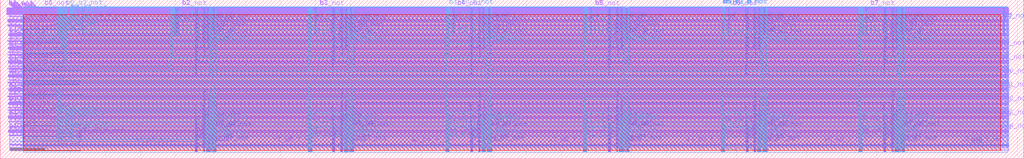
<source format=lef>
VERSION 5.7 ;
  NOWIREEXTENSIONATPIN ON ;
  DIVIDERCHAR "/" ;
  BUSBITCHARS "[]" ;
MACRO mult_8b
  CLASS BLOCK ;
  FOREIGN mult_8b ;
  ORIGIN 0.000 0.000 ;
  SIZE 1459.740 BY 227.445 ;
  PIN x6_b0_f_not
    ANTENNADIFFAREA 2.638650 ;
    PORT
      LAYER Metal1 ;
        RECT 1366.805 19.480 1372.785 19.750 ;
    END
  END x6_b0_f_not
  PIN x6_b0_f
    ANTENNADIFFAREA 2.559875 ;
    PORT
      LAYER Metal1 ;
        RECT 1366.835 20.015 1375.430 20.315 ;
    END
  END x6_b0_f
  PIN x5_b0_f_not
    ANTENNADIFFAREA 2.638650 ;
    PORT
      LAYER Metal1 ;
        RECT 1170.465 19.480 1176.445 19.750 ;
    END
  END x5_b0_f_not
  PIN x5_b0_f
    ANTENNADIFFAREA 2.559875 ;
    PORT
      LAYER Metal1 ;
        RECT 1170.495 20.015 1179.090 20.315 ;
    END
  END x5_b0_f
  PIN p14
    ANTENNADIFFAREA 2.734275 ;
    PORT
      LAYER Metal1 ;
        RECT 1416.540 37.375 1432.280 37.710 ;
    END
  END p14
  PIN p14_not
    ANTENNADIFFAREA 2.560625 ;
    PORT
      LAYER Metal1 ;
        RECT 1423.890 39.450 1431.270 39.725 ;
    END
  END p14_not
  PIN p13
    ANTENNADIFFAREA 2.734275 ;
    PORT
      LAYER Metal1 ;
        RECT 1416.540 57.040 1432.280 57.375 ;
    END
  END p13
  PIN p13_not
    ANTENNADIFFAREA 2.560625 ;
    PORT
      LAYER Metal1 ;
        RECT 1423.890 59.115 1431.270 59.390 ;
    END
  END p13_not
  PIN p12
    ANTENNADIFFAREA 2.734275 ;
    PORT
      LAYER Metal1 ;
        RECT 1416.540 77.010 1432.280 77.345 ;
    END
  END p12
  PIN p12_not
    ANTENNADIFFAREA 2.560625 ;
    PORT
      LAYER Metal1 ;
        RECT 1423.890 79.085 1431.270 79.360 ;
    END
  END p12_not
  PIN p11
    ANTENNADIFFAREA 2.734275 ;
    PORT
      LAYER Metal1 ;
        RECT 1416.435 96.725 1432.175 97.060 ;
    END
  END p11
  PIN p11_not
    ANTENNADIFFAREA 2.560625 ;
    PORT
      LAYER Metal1 ;
        RECT 1423.785 98.800 1431.165 99.075 ;
    END
  END p11_not
  PIN x3_b0_f_not
    ANTENNADIFFAREA 2.638650 ;
    PORT
      LAYER Metal1 ;
        RECT 777.785 19.480 783.765 19.750 ;
    END
  END x3_b0_f_not
  PIN x3_b0_f
    ANTENNADIFFAREA 2.559875 ;
    PORT
      LAYER Metal1 ;
        RECT 777.815 20.015 786.410 20.315 ;
    END
  END x3_b0_f
  PIN x4_b0_f_not
    ANTENNADIFFAREA 2.638650 ;
    PORT
      LAYER Metal1 ;
        RECT 974.125 19.480 980.105 19.750 ;
    END
  END x4_b0_f_not
  PIN x4_b0_f
    ANTENNADIFFAREA 2.559875 ;
    PORT
      LAYER Metal1 ;
        RECT 974.155 20.015 982.750 20.315 ;
    END
  END x4_b0_f
  PIN b6_not
    ANTENNAGATEAREA 3.763200 ;
    PORT
      LAYER Metal1 ;
        RECT 1043.550 215.450 1045.720 215.755 ;
    END
  END b6_not
  PIN b6
    ANTENNAGATEAREA 3.763200 ;
    PORT
      LAYER Metal1 ;
        RECT 1043.565 216.025 1044.660 216.350 ;
    END
  END b6
  PIN b5_not
    ANTENNAGATEAREA 3.763200 ;
    PORT
      LAYER Metal1 ;
        RECT 847.165 215.465 849.335 215.770 ;
    END
  END b5_not
  PIN b5
    ANTENNAGATEAREA 3.763200 ;
    PORT
      LAYER Metal1 ;
        RECT 847.180 216.040 848.275 216.365 ;
    END
  END b5
  PIN p10
    ANTENNADIFFAREA 2.734275 ;
    PORT
      LAYER Metal1 ;
        RECT 1416.515 116.480 1432.255 116.815 ;
    END
  END p10
  PIN p10_not
    ANTENNADIFFAREA 2.560625 ;
    PORT
      LAYER Metal1 ;
        RECT 1423.865 118.555 1431.245 118.830 ;
    END
  END p10_not
  PIN p9
    ANTENNADIFFAREA 2.734275 ;
    PORT
      LAYER Metal1 ;
        RECT 1416.515 136.275 1432.255 136.610 ;
    END
  END p9
  PIN p9_not
    ANTENNADIFFAREA 2.560625 ;
    PORT
      LAYER Metal1 ;
        RECT 1423.865 138.350 1431.245 138.625 ;
    END
  END p9_not
  PIN p8
    ANTENNADIFFAREA 2.734275 ;
    PORT
      LAYER Metal1 ;
        RECT 1416.360 155.920 1432.100 156.255 ;
    END
  END p8
  PIN p8_not
    ANTENNADIFFAREA 2.560625 ;
    PORT
      LAYER Metal1 ;
        RECT 1423.710 157.995 1431.090 158.270 ;
    END
  END p8_not
  PIN b7_not
    ANTENNAGATEAREA 3.763200 ;
    PORT
      LAYER Metal1 ;
        RECT 1239.875 215.455 1242.045 215.760 ;
    END
  END b7_not
  PIN b7
    ANTENNAGATEAREA 3.763200 ;
    PORT
      LAYER Metal1 ;
        RECT 1239.890 216.030 1240.985 216.355 ;
    END
  END b7
  PIN b4_not
    ANTENNAGATEAREA 3.763200 ;
    PORT
      LAYER Metal1 ;
        RECT 650.800 215.460 652.970 215.765 ;
    END
  END b4_not
  PIN b4
    ANTENNAGATEAREA 3.763200 ;
    PORT
      LAYER Metal1 ;
        RECT 650.815 216.035 651.910 216.360 ;
    END
  END b4
  PIN b3_not
    ANTENNAGATEAREA 3.763200 ;
    PORT
      LAYER Metal1 ;
        RECT 454.480 215.415 456.650 215.720 ;
    END
  END b3_not
  PIN b3
    ANTENNAGATEAREA 3.763200 ;
    PORT
      LAYER Metal1 ;
        RECT 454.495 215.990 455.590 216.315 ;
    END
  END b3
  PIN a6_not
    ANTENNAGATEAREA 3.763200 ;
    PORT
      LAYER Metal1 ;
        RECT 9.445 207.445 28.930 207.715 ;
    END
  END a6_not
  PIN a6
    ANTENNAGATEAREA 3.763200 ;
    PORT
      LAYER Metal1 ;
        RECT 9.415 207.965 27.965 208.255 ;
    END
  END a6
  PIN a5_not
    ANTENNAGATEAREA 3.763200 ;
    PORT
      LAYER Metal1 ;
        RECT 9.435 208.500 26.970 208.825 ;
    END
  END a5_not
  PIN a5
    ANTENNAGATEAREA 3.763200 ;
    PORT
      LAYER Metal1 ;
        RECT 9.460 209.135 25.980 209.410 ;
    END
  END a5
  PIN a4_not
    ANTENNAGATEAREA 3.763200 ;
    PORT
      LAYER Metal1 ;
        RECT 9.445 209.695 24.980 209.965 ;
    END
  END a4_not
  PIN a4
    ANTENNAGATEAREA 3.763200 ;
    PORT
      LAYER Metal1 ;
        RECT 9.415 210.215 23.980 210.505 ;
    END
  END a4
  PIN a3_not
    ANTENNAGATEAREA 3.763200 ;
    PORT
      LAYER Metal1 ;
        RECT 9.370 210.805 22.880 211.135 ;
    END
  END a3_not
  PIN a3
    ANTENNAGATEAREA 3.763200 ;
    PORT
      LAYER Metal1 ;
        RECT 9.375 211.415 21.705 211.730 ;
    END
  END a3
  PIN a2_not
    ANTENNAGATEAREA 3.763200 ;
    PORT
      LAYER Metal1 ;
        RECT 9.445 212.070 20.480 212.395 ;
    END
  END a2_not
  PIN a2
    ANTENNAGATEAREA 3.763200 ;
    PORT
      LAYER Metal1 ;
        RECT 9.470 212.705 19.305 212.980 ;
    END
  END a2
  PIN a1_not
    ANTENNAGATEAREA 3.763200 ;
    PORT
      LAYER Metal1 ;
        RECT 9.455 213.265 18.335 213.535 ;
    END
  END a1_not
  PIN a1
    ANTENNAGATEAREA 3.763200 ;
    PORT
      LAYER Metal1 ;
        RECT 9.425 213.785 17.340 214.075 ;
    END
  END a1
  PIN a0_not
    ANTENNAGATEAREA 3.763200 ;
    PORT
      LAYER Metal1 ;
        RECT 9.385 214.305 16.355 214.635 ;
    END
  END a0_not
  PIN a0
    ANTENNAGATEAREA 3.763200 ;
    PORT
      LAYER Metal1 ;
        RECT 9.365 214.895 15.355 215.180 ;
    END
  END a0
  PIN b1_not
    ANTENNAGATEAREA 3.763200 ;
    PORT
      LAYER Metal1 ;
        RECT 9.325 215.425 14.330 215.755 ;
    END
  END b1_not
  PIN b1
    ANTENNAGATEAREA 3.763200 ;
    PORT
      LAYER Metal1 ;
        RECT 9.330 216.035 13.270 216.350 ;
    END
  END b1
  PIN b2_not
    ANTENNAGATEAREA 3.763200 ;
    PORT
      LAYER Metal1 ;
        RECT 258.090 215.455 260.260 215.760 ;
    END
  END b2_not
  PIN b2
    ANTENNAGATEAREA 3.763200 ;
    PORT
      LAYER Metal1 ;
        RECT 258.105 216.030 259.200 216.355 ;
    END
  END b2
  PIN b0_q0
    ANTENNAGATEAREA 3.763200 ;
    PORT
      LAYER Metal1 ;
        RECT 10.695 197.115 63.035 197.440 ;
    END
  END b0_q0
  PIN b0_q0_not
    ANTENNAGATEAREA 3.763200 ;
    PORT
      LAYER Metal1 ;
        RECT 10.690 196.180 64.020 196.455 ;
    END
  END b0_q0_not
  PIN p0
    ANTENNADIFFAREA 1.587600 ;
    PORT
      LAYER Metal1 ;
        RECT 10.785 195.530 106.930 195.865 ;
    END
  END p0
  PIN b0_p0_not
    ANTENNAGATEAREA 3.763200 ;
    PORT
      LAYER Metal1 ;
        RECT 10.755 191.425 60.980 191.795 ;
    END
  END b0_p0_not
  PIN b1_p0_not
    ANTENNAGATEAREA 3.763200 ;
    PORT
      LAYER Metal1 ;
        RECT 11.730 171.605 16.355 171.955 ;
    END
  END b1_p0_not
  PIN b1_q0_not
    ANTENNAGATEAREA 3.763200 ;
    PORT
      LAYER Metal1 ;
        RECT 11.720 176.360 14.340 176.630 ;
    END
  END b1_q0_not
  PIN b1_p1
    ANTENNAGATEAREA 3.763200 ;
    PORT
      LAYER Metal1 ;
        RECT 11.485 164.150 17.340 164.435 ;
    END
  END b1_p1
  PIN b1_p1_not
    ANTENNAGATEAREA 3.763200 ;
    PORT
      LAYER Metal1 ;
        RECT 11.685 151.890 18.330 152.240 ;
    END
  END b1_p1_not
  PIN b1_q1_not
    ANTENNAGATEAREA 3.763200 ;
    PORT
      LAYER Metal1 ;
        RECT 11.610 156.645 14.340 156.915 ;
    END
  END b1_q1_not
  PIN b1_q1
    ANTENNAGATEAREA 3.763200 ;
    PORT
      LAYER Metal1 ;
        RECT 11.610 157.580 13.270 157.905 ;
    END
  END b1_q1
  PIN b1_p2
    ANTENNAGATEAREA 3.763200 ;
    PORT
      LAYER Metal1 ;
        RECT 11.360 144.340 19.305 144.625 ;
    END
  END b1_p2
  PIN b1_p2_not
    ANTENNAGATEAREA 3.763200 ;
    PORT
      LAYER Metal1 ;
        RECT 11.615 132.080 20.455 132.430 ;
    END
  END b1_p2_not
  PIN b1_q2_not
    ANTENNAGATEAREA 3.763200 ;
    PORT
      LAYER Metal1 ;
        RECT 11.680 136.835 14.330 137.105 ;
    END
    PORT
      LAYER Metal4 ;
        RECT 86.225 157.000 86.650 216.540 ;
    END
  END b1_q2_not
  PIN b1_q2
    ANTENNAGATEAREA 3.763200 ;
    PORT
      LAYER Metal1 ;
        RECT 11.680 137.770 13.255 138.095 ;
    END
  END b1_q2
  PIN b1_p3
    ANTENNAGATEAREA 3.763200 ;
    PORT
      LAYER Metal1 ;
        RECT 11.560 124.580 21.705 124.865 ;
    END
  END b1_p3
  PIN b1_q3
    ANTENNAGATEAREA 3.763200 ;
    PORT
      LAYER Metal1 ;
        RECT 11.595 118.010 13.255 118.335 ;
    END
  END b1_q3
  PIN b1_q0
    ANTENNAGATEAREA 3.763200 ;
    PORT
      LAYER Metal1 ;
        RECT 11.685 177.295 13.270 177.620 ;
    END
  END b1_q0
  PIN b1_p0
    ANTENNAGATEAREA 3.763200 ;
    PORT
      LAYER Metal1 ;
        RECT 11.520 183.865 15.345 184.150 ;
    END
  END b1_p0
  PIN b1_c3
    ANTENNADIFFAREA 1.587600 ;
    PORT
      LAYER Metal1 ;
        RECT 11.590 118.685 45.590 119.075 ;
    END
  END b1_c3
  PIN b1_c3_not
    ANTENNADIFFAREA 1.587600 ;
    PORT
      LAYER Metal1 ;
        RECT 11.590 120.040 35.090 120.415 ;
    END
  END b1_c3_not
  PIN b1_c2
    ANTENNADIFFAREA 1.587600 ;
    PORT
      LAYER Metal1 ;
        RECT 11.660 138.455 45.660 138.845 ;
    END
  END b1_c2
  PIN b1_c2_not
    ANTENNADIFFAREA 1.587600 ;
    PORT
      LAYER Metal1 ;
        RECT 11.660 139.810 35.160 140.185 ;
    END
  END b1_c2_not
  PIN b1_c1
    ANTENNADIFFAREA 1.587600 ;
    PORT
      LAYER Metal1 ;
        RECT 11.600 158.260 45.600 158.650 ;
    END
  END b1_c1
  PIN b1_c1_not
    ANTENNADIFFAREA 1.587600 ;
    PORT
      LAYER Metal1 ;
        RECT 11.600 159.615 35.100 159.990 ;
    END
  END b1_c1_not
  PIN b1_c0
    ANTENNADIFFAREA 1.587600 ;
    PORT
      LAYER Metal1 ;
        RECT 11.685 177.975 45.685 178.365 ;
    END
  END b1_c0
  PIN b1_c0_not
    ANTENNADIFFAREA 1.587600 ;
    PORT
      LAYER Metal1 ;
        RECT 11.685 179.330 35.185 179.705 ;
    END
  END b1_c0_not
  PIN b0_p4
    PORT
      LAYER Metal1 ;
        RECT 10.565 128.230 60.600 128.525 ;
    END
  END b0_p4
  PIN b0_c4
    ANTENNADIFFAREA 1.587600 ;
    PORT
      LAYER Metal1 ;
        RECT 10.630 129.075 62.305 129.370 ;
    END
  END b0_c4
  PIN b0_p3
    PORT
      LAYER Metal1 ;
        RECT 10.565 147.970 60.600 148.265 ;
    END
  END b0_p3
  PIN b0_c3
    ANTENNADIFFAREA 1.587600 ;
    PORT
      LAYER Metal1 ;
        RECT 10.630 148.815 62.305 149.110 ;
    END
  END b0_c3
  PIN b0_p2
    ANTENNAGATEAREA 3.763200 ;
    PORT
      LAYER Metal1 ;
        RECT 10.565 167.730 60.600 168.025 ;
    END
  END b0_p2
  PIN b0_c2
    ANTENNADIFFAREA 1.587600 ;
    PORT
      LAYER Metal1 ;
        RECT 10.630 168.575 62.305 168.870 ;
    END
  END b0_c2
  PIN b0_p1
    ANTENNAGATEAREA 3.763200 ;
    PORT
      LAYER Metal1 ;
        RECT 10.565 189.830 60.600 190.125 ;
    END
  END b0_p1
  PIN b0_c1
    ANTENNADIFFAREA 1.587600 ;
    PORT
      LAYER Metal1 ;
        RECT 10.630 190.675 62.305 190.970 ;
    END
  END b0_c1
  PIN b0_c0
    ANTENNADIFFAREA 1.587600 ;
    PORT
      LAYER Metal1 ;
        RECT 10.690 197.710 95.920 198.100 ;
    END
  END b0_c0
  PIN b0_c0_not
    ANTENNADIFFAREA 1.587600 ;
    PORT
      LAYER Metal1 ;
        RECT 10.745 199.065 85.420 199.440 ;
    END
  END b0_c0_not
  PIN b0_p0
    ANTENNAGATEAREA 3.763200 ;
    PORT
      LAYER Metal1 ;
        RECT 11.570 203.685 65.110 203.970 ;
    END
  END b0_p0
  PIN p0_not
    ANTENNADIFFAREA 1.587600 ;
    PORT
      LAYER Metal1 ;
        RECT 10.555 198.475 88.145 198.815 ;
    END
  END p0_not
  PIN b0_not
    ANTENNAGATEAREA 3.763200 ;
    PORT
      LAYER Metal1 ;
        RECT 61.920 215.445 64.090 215.750 ;
    END
  END b0_not
  PIN b0
    ANTENNAGATEAREA 3.763200 ;
    PORT
      LAYER Metal1 ;
        RECT 61.935 216.020 63.030 216.345 ;
    END
  END b0
  PIN a7_not
    ANTENNAGATEAREA 3.763200 ;
    PORT
      LAYER Metal1 ;
        RECT 9.435 206.250 31.330 206.575 ;
    END
  END a7_not
  PIN a7
    ANTENNAGATEAREA 3.763200 ;
    PORT
      LAYER Metal1 ;
        RECT 9.460 206.885 30.080 207.160 ;
    END
  END a7
  PIN b1_p7_not
    ANTENNAGATEAREA 3.763200 ;
    PORT
      LAYER Metal1 ;
        RECT 11.315 33.225 31.330 33.575 ;
    END
  END b1_p7_not
  PIN b1_p7
    ANTENNAGATEAREA 3.763200 ;
    PORT
      LAYER Metal1 ;
        RECT 11.640 45.485 30.090 45.770 ;
    END
  END b1_p7
  PIN b1_p4
    ANTENNAGATEAREA 3.763200 ;
    PORT
      LAYER Metal1 ;
        RECT 10.950 104.845 23.965 105.130 ;
    END
  END b1_p4
  PIN b1_p4_not
    ANTENNAGATEAREA 3.763200 ;
    PORT
      LAYER Metal1 ;
        RECT 10.855 92.585 24.980 92.935 ;
    END
  END b1_p4_not
  PIN b1_q4_not
    ANTENNAGATEAREA 3.763200 ;
    PORT
      LAYER Metal1 ;
        RECT 11.685 97.340 14.355 97.610 ;
    END
  END b1_q4_not
  PIN b1_q4
    ANTENNAGATEAREA 3.763200 ;
    PORT
      LAYER Metal1 ;
        RECT 11.650 98.275 13.255 98.600 ;
    END
  END b1_q4
  PIN b1_q6
    ANTENNAGATEAREA 3.763200 ;
    PORT
      LAYER Metal1 ;
        RECT 11.640 58.730 13.270 59.055 ;
    END
  END b1_q6
  PIN b1_q3_not
    ANTENNAGATEAREA 3.763200 ;
    PORT
      LAYER Metal1 ;
        RECT 11.585 117.075 14.330 117.345 ;
    END
  END b1_q3_not
  PIN b1_q7_not
    ANTENNAGATEAREA 3.763200 ;
    PORT
      LAYER Metal1 ;
        RECT 11.680 37.980 14.345 38.250 ;
    END
  END b1_q7_not
  PIN x0_b0_f
    ANTENNADIFFAREA 2.559875 ;
    PORT
      LAYER Metal1 ;
        RECT 188.675 20.030 197.270 20.330 ;
    END
  END x0_b0_f
  PIN b1_q6_not
    ANTENNAGATEAREA 3.763200 ;
    PORT
      LAYER Metal1 ;
        RECT 11.670 57.795 14.340 58.065 ;
    END
  END b1_q6_not
  PIN b1_p6_not
    ANTENNAGATEAREA 3.763200 ;
    PORT
      LAYER Metal1 ;
        RECT 11.750 53.040 28.930 53.390 ;
    END
  END b1_p6_not
  PIN b1_p5
    ANTENNAGATEAREA 3.763200 ;
    PORT
      LAYER Metal1 ;
        RECT 11.665 85.035 25.980 85.320 ;
    END
  END b1_p5
  PIN b0_p7
    PORT
      LAYER Metal1 ;
        RECT 10.565 68.945 60.600 69.240 ;
    END
  END b0_p7
  PIN b0_c7
    ANTENNADIFFAREA 1.587600 ;
    PORT
      LAYER Metal1 ;
        RECT 10.630 69.790 62.305 70.085 ;
    END
  END b0_c7
  PIN b0_p6
    PORT
      LAYER Metal1 ;
        RECT 10.565 88.690 60.600 88.985 ;
    END
  END b0_p6
  PIN b0_c6
    ANTENNADIFFAREA 1.587600 ;
    PORT
      LAYER Metal1 ;
        RECT 10.630 89.535 62.305 89.830 ;
    END
  END b0_c6
  PIN b0_p5
    PORT
      LAYER Metal1 ;
        RECT 10.565 108.500 60.600 108.795 ;
    END
  END b0_p5
  PIN b0_c5
    ANTENNADIFFAREA 1.587600 ;
    PORT
      LAYER Metal1 ;
        RECT 10.630 109.345 62.305 109.640 ;
    END
  END b0_c5
  PIN b1_p5_not
    ANTENNAGATEAREA 3.763200 ;
    PORT
      LAYER Metal1 ;
        RECT 11.285 72.775 26.970 73.125 ;
    END
  END b1_p5_not
  PIN b1_q5_not
    ANTENNAGATEAREA 3.763200 ;
    PORT
      LAYER Metal1 ;
        RECT 11.640 77.530 14.355 77.800 ;
    END
  END b1_q5_not
  PIN b1_q5
    ANTENNAGATEAREA 3.763200 ;
    PORT
      LAYER Metal1 ;
        RECT 11.585 78.465 13.255 78.790 ;
    END
  END b1_q5
  PIN b1_p3_not
    ANTENNAGATEAREA 3.763200 ;
    PORT
      LAYER Metal1 ;
        RECT 11.635 112.320 22.880 112.670 ;
    END
  END b1_p3_not
  PIN b1_c7
    ANTENNADIFFAREA 1.587600 ;
    PORT
      LAYER Metal1 ;
        RECT 11.625 39.600 45.625 39.990 ;
    END
  END b1_c7
  PIN b1_p6
    ANTENNAGATEAREA 3.763200 ;
    PORT
      LAYER Metal1 ;
        RECT 11.640 65.300 27.960 65.585 ;
    END
  END b1_p6
  PIN b1_c7_not
    ANTENNADIFFAREA 1.587600 ;
    PORT
      LAYER Metal1 ;
        RECT 11.625 40.955 35.125 41.330 ;
    END
  END b1_c7_not
  PIN b1_c6
    ANTENNADIFFAREA 1.587600 ;
    PORT
      LAYER Metal1 ;
        RECT 11.620 59.410 45.620 59.800 ;
    END
  END b1_c6
  PIN b1_c6_not
    ANTENNADIFFAREA 1.587600 ;
    PORT
      LAYER Metal1 ;
        RECT 11.620 60.765 35.120 61.140 ;
    END
  END b1_c6_not
  PIN b1_c5
    ANTENNADIFFAREA 1.587600 ;
    PORT
      LAYER Metal1 ;
        RECT 11.550 79.130 45.550 79.520 ;
    END
  END b1_c5
  PIN b1_c5_not
    ANTENNADIFFAREA 1.587600 ;
    PORT
      LAYER Metal1 ;
        RECT 11.550 80.485 35.050 80.860 ;
    END
  END b1_c5_not
  PIN b1_c4
    ANTENNADIFFAREA 1.587600 ;
    PORT
      LAYER Metal1 ;
        RECT 11.620 98.960 45.620 99.350 ;
    END
  END b1_c4
  PIN b1_c4_not
    ANTENNADIFFAREA 1.587600 ;
    PORT
      LAYER Metal1 ;
        RECT 11.620 100.315 35.120 100.690 ;
    END
  END b1_c4_not
  PIN b1_q7
    ANTENNAGATEAREA 3.763200 ;
    PORT
      LAYER Metal1 ;
        RECT 11.655 38.915 13.275 39.240 ;
    END
  END b1_q7
  PIN x2_b0_f_not
    ANTENNADIFFAREA 2.638650 ;
    PORT
      LAYER Metal1 ;
        RECT 581.410 19.445 587.390 19.715 ;
    END
  END x2_b0_f_not
  PIN x2_b0_f
    ANTENNADIFFAREA 2.559875 ;
    PORT
      LAYER Metal1 ;
        RECT 581.440 19.980 590.035 20.280 ;
    END
  END x2_b0_f
  PIN x1_b0_f_not
    ANTENNADIFFAREA 2.638650 ;
    PORT
      LAYER Metal1 ;
        RECT 385.010 19.495 390.990 19.765 ;
    END
  END x1_b0_f_not
  PIN x1_b0_f
    ANTENNADIFFAREA 2.559875 ;
    PORT
      LAYER Metal1 ;
        RECT 385.040 20.030 393.635 20.330 ;
    END
  END x1_b0_f
  PIN x0_b0_f_not
    ANTENNADIFFAREA 2.638650 ;
    PORT
      LAYER Metal1 ;
        RECT 188.645 19.495 194.625 19.765 ;
    END
  END x0_b0_f_not
  PIN p15
    ANTENNADIFFAREA 2.734275 ;
    PORT
      LAYER Metal3 ;
        RECT 1382.465 17.635 1385.520 17.970 ;
    END
  END p15
  PIN p15_not
    ANTENNADIFFAREA 2.560625 ;
    PORT
      LAYER Metal3 ;
        RECT 1382.450 19.705 1385.490 19.990 ;
    END
  END p15_not
  PIN vss
    ANTENNADIFFAREA 149.846390 ;
    PORT
      LAYER Metal3 ;
        RECT 34.430 31.800 115.650 32.720 ;
    END
    PORT
      LAYER Metal3 ;
        RECT 34.430 51.500 115.650 52.420 ;
    END
    PORT
      LAYER Metal3 ;
        RECT 34.430 71.450 115.650 72.370 ;
    END
    PORT
      LAYER Metal3 ;
        RECT 34.430 91.175 115.650 92.095 ;
    END
    PORT
      LAYER Metal3 ;
        RECT 34.430 110.925 115.650 111.845 ;
    END
    PORT
      LAYER Metal3 ;
        RECT 34.430 130.675 115.650 131.595 ;
    END
    PORT
      LAYER Metal3 ;
        RECT 34.430 150.225 115.650 151.295 ;
    END
    PORT
      LAYER Metal3 ;
        RECT 34.430 170.025 115.650 171.010 ;
    END
  END vss
  PIN vdd
    ANTENNADIFFAREA 276.566406 ;
    PORT
      LAYER Metal3 ;
        RECT 33.030 46.850 113.250 47.770 ;
    END
    PORT
      LAYER Metal3 ;
        RECT 33.030 66.500 113.250 67.420 ;
    END
    PORT
      LAYER Metal3 ;
        RECT 33.030 86.475 113.250 87.395 ;
    END
    PORT
      LAYER Metal3 ;
        RECT 33.030 106.175 113.250 107.095 ;
    END
    PORT
      LAYER Metal3 ;
        RECT 33.030 125.925 113.250 126.845 ;
    END
    PORT
      LAYER Metal3 ;
        RECT 33.030 145.680 113.250 146.635 ;
    END
    PORT
      LAYER Metal3 ;
        RECT 33.030 165.450 113.250 166.320 ;
    END
    PORT
      LAYER Metal3 ;
        RECT 33.030 185.145 113.250 186.035 ;
    END
  END vdd
  PIN b7_c1
    ANTENNADIFFAREA 1.587600 ;
    PORT
      LAYER Metal2 ;
        RECT 1262.485 158.665 1262.795 215.890 ;
    END
  END b7_c1
  PIN b7_c2_not
    ANTENNADIFFAREA 1.587600 ;
    PORT
      LAYER Metal2 ;
        RECT 1261.895 140.230 1262.205 215.895 ;
    END
  END b7_c2_not
  PIN b7_c2
    ANTENNADIFFAREA 1.587600 ;
    PORT
      LAYER Metal2 ;
        RECT 1261.300 138.885 1261.610 215.870 ;
    END
  END b7_c2
  PIN p7
    ANTENNADIFFAREA 2.734275 ;
    PORT
      LAYER Metal2 ;
        RECT 1431.865 175.940 1432.190 216.490 ;
    END
  END p7
  PIN p7_not
    ANTENNADIFFAREA 2.560625 ;
    PORT
      LAYER Metal2 ;
        RECT 1430.885 177.990 1431.210 216.490 ;
    END
  END p7_not
  PIN p6
    ANTENNADIFFAREA 2.734275 ;
    PORT
      LAYER Metal2 ;
        RECT 1235.465 175.940 1235.790 216.490 ;
    END
  END p6
  PIN p6_not
    ANTENNADIFFAREA 2.560625 ;
    PORT
      LAYER Metal2 ;
        RECT 1234.485 177.990 1234.810 216.490 ;
    END
  END p6_not
  PIN b7_q0
    ANTENNAGATEAREA 3.763200 ;
    PORT
      LAYER Metal2 ;
        RECT 1286.305 180.365 1286.615 216.060 ;
    END
  END b7_q0
  PIN b7_q0_not
    ANTENNAGATEAREA 3.763200 ;
    PORT
      LAYER Metal2 ;
        RECT 1285.540 176.715 1285.850 216.075 ;
    END
  END b7_q0_not
  PIN b7_p0
    ANTENNAGATEAREA 3.763200 ;
    PORT
      LAYER Metal2 ;
        RECT 1283.940 184.225 1284.250 216.100 ;
    END
  END b7_p0
  PIN b7_p0_not
    ANTENNAGATEAREA 3.763200 ;
    PORT
      LAYER Metal2 ;
        RECT 1283.310 171.980 1283.620 216.055 ;
    END
  END b7_p0_not
  PIN b7_p1_not
    ANTENNAGATEAREA 3.763200 ;
    PORT
      LAYER Metal2 ;
        RECT 1280.635 152.275 1280.945 215.855 ;
    END
  END b7_p1_not
  PIN b7_q1_not
    ANTENNAGATEAREA 3.763200 ;
    PORT
      LAYER Metal2 ;
        RECT 1278.740 157.000 1279.050 215.920 ;
    END
  END b7_q1_not
  PIN b7_q1
    ANTENNAGATEAREA 3.763200 ;
    PORT
      LAYER Metal2 ;
        RECT 1278.145 157.955 1278.455 215.910 ;
    END
  END b7_q1
  PIN b7_p1
    ANTENNAGATEAREA 3.763200 ;
    PORT
      LAYER Metal2 ;
        RECT 1277.545 164.500 1277.855 215.950 ;
    END
  END b7_p1
  PIN b7_p2
    ANTENNAGATEAREA 3.763200 ;
    PORT
      LAYER Metal2 ;
        RECT 1273.255 144.700 1273.565 215.895 ;
    END
  END b7_p2
  PIN b7_q2
    ANTENNAGATEAREA 3.763200 ;
    PORT
      LAYER Metal2 ;
        RECT 1288.130 138.145 1288.440 215.965 ;
    END
  END b7_q2
  PIN b7_p2_not
    ANTENNAGATEAREA 3.763200 ;
    PORT
      LAYER Metal2 ;
        RECT 1289.440 132.485 1289.750 216.005 ;
    END
  END b7_p2_not
  PIN b7_q2_not
    ANTENNAGATEAREA 3.763200 ;
    PORT
      LAYER Metal2 ;
        RECT 1288.845 137.190 1289.155 215.955 ;
    END
  END b7_q2_not
  PIN b7_c0_not
    ANTENNADIFFAREA 1.587600 ;
    PORT
      LAYER Metal2 ;
        RECT 1272.660 179.730 1272.970 215.865 ;
    END
  END b7_c0_not
  PIN b7_c0
    ANTENNADIFFAREA 1.587600 ;
    PORT
      LAYER Metal2 ;
        RECT 1272.055 178.365 1272.365 215.845 ;
    END
  END b7_c0
  PIN b7_c1_not
    ANTENNADIFFAREA 1.587600 ;
    PORT
      LAYER Metal2 ;
        RECT 1271.440 160.025 1271.750 215.840 ;
    END
  END b7_c1_not
  PIN b7_c3_not
    ANTENNADIFFAREA 1.587600 ;
    PORT
      LAYER Metal2 ;
        RECT 1260.705 120.455 1261.015 215.880 ;
    END
  END b7_c3_not
  PIN b7_c3
    ANTENNADIFFAREA 1.587600 ;
    PORT
      LAYER Metal2 ;
        RECT 1260.075 119.100 1260.385 215.860 ;
    END
  END b7_c3
  PIN p4
    ANTENNADIFFAREA 2.734275 ;
    PORT
      LAYER Metal2 ;
        RECT 842.865 175.940 843.190 216.490 ;
    END
  END p4
  PIN p4_not
    ANTENNADIFFAREA 2.560625 ;
    PORT
      LAYER Metal2 ;
        RECT 841.885 177.990 842.210 216.490 ;
    END
  END p4_not
  PIN b6_q2_not
    ANTENNAGATEAREA 3.763200 ;
    PORT
      LAYER Metal2 ;
        RECT 1092.445 137.190 1092.755 215.955 ;
    END
  END b6_q2_not
  PIN b5_p2_not
    ANTENNAGATEAREA 3.763200 ;
    PORT
      LAYER Metal2 ;
        RECT 896.740 132.485 897.050 216.005 ;
    END
  END b5_p2_not
  PIN b5_q2_not
    ANTENNAGATEAREA 3.763200 ;
    PORT
      LAYER Metal2 ;
        RECT 896.145 137.200 896.455 215.955 ;
    END
  END b5_q2_not
  PIN b5_q2
    ANTENNAGATEAREA 3.763200 ;
    PORT
      LAYER Metal2 ;
        RECT 895.550 138.160 895.860 215.980 ;
    END
  END b5_q2
  PIN b6_c1_not
    ANTENNADIFFAREA 1.587600 ;
    PORT
      LAYER Metal2 ;
        RECT 1075.110 160.025 1075.420 215.840 ;
    END
  END b6_c1_not
  PIN b6_c3_not
    ANTENNADIFFAREA 1.587600 ;
    PORT
      LAYER Metal2 ;
        RECT 1064.340 120.455 1064.650 215.880 ;
    END
  END b6_c3_not
  PIN b6_c3
    ANTENNADIFFAREA 1.587600 ;
    PORT
      LAYER Metal2 ;
        RECT 1063.710 119.100 1064.020 215.860 ;
    END
  END b6_c3
  PIN b5_c3_not
    ANTENNADIFFAREA 1.587600 ;
    PORT
      LAYER Metal2 ;
        RECT 868.255 120.440 868.565 215.865 ;
    END
  END b5_c3_not
  PIN b5_c3
    ANTENNADIFFAREA 1.587600 ;
    PORT
      LAYER Metal2 ;
        RECT 867.625 119.085 867.935 215.845 ;
    END
  END b5_c3
  PIN b6_p2
    ANTENNAGATEAREA 3.763200 ;
    PORT
      LAYER Metal2 ;
        RECT 1076.925 144.700 1077.235 215.895 ;
    END
  END b6_p2
  PIN b6_c0_not
    ANTENNADIFFAREA 1.587600 ;
    PORT
      LAYER Metal2 ;
        RECT 1076.330 179.730 1076.640 215.865 ;
    END
  END b6_c0_not
  PIN b6_c0
    ANTENNADIFFAREA 1.587600 ;
    PORT
      LAYER Metal2 ;
        RECT 1075.725 178.365 1076.035 215.845 ;
    END
  END b6_c0
  PIN b6_p1
    ANTENNAGATEAREA 3.763200 ;
    PORT
      LAYER Metal2 ;
        RECT 1081.215 164.500 1081.525 215.950 ;
    END
  END b6_p1
  PIN b6_q1
    ANTENNAGATEAREA 3.763200 ;
    PORT
      LAYER Metal2 ;
        RECT 1081.815 157.955 1082.125 215.910 ;
    END
  END b6_q1
  PIN b6_q1_not
    ANTENNAGATEAREA 3.763200 ;
    PORT
      LAYER Metal2 ;
        RECT 1082.410 156.990 1082.720 215.920 ;
    END
  END b6_q1_not
  PIN b5_p2
    ANTENNAGATEAREA 3.763200 ;
    PORT
      LAYER Metal2 ;
        RECT 880.540 144.715 880.850 215.910 ;
    END
  END b5_p2
  PIN b5_c0_not
    ANTENNADIFFAREA 1.587600 ;
    PORT
      LAYER Metal2 ;
        RECT 879.945 179.745 880.255 215.880 ;
    END
  END b5_c0_not
  PIN b5_p0_not
    ANTENNAGATEAREA 3.763200 ;
    PORT
      LAYER Metal2 ;
        RECT 890.595 171.995 890.905 216.070 ;
    END
  END b5_p0_not
  PIN b6_c2
    ANTENNADIFFAREA 1.587600 ;
    PORT
      LAYER Metal2 ;
        RECT 1064.935 138.885 1065.245 215.870 ;
    END
  END b6_c2
  PIN b6_c2_not
    ANTENNADIFFAREA 1.587600 ;
    PORT
      LAYER Metal2 ;
        RECT 1065.530 140.230 1065.840 215.895 ;
    END
  END b6_c2_not
  PIN b6_c1
    ANTENNADIFFAREA 1.587600 ;
    PORT
      LAYER Metal2 ;
        RECT 1066.120 158.665 1066.430 215.890 ;
    END
  END b6_c1
  PIN b5_c2
    ANTENNADIFFAREA 1.587600 ;
    PORT
      LAYER Metal2 ;
        RECT 868.850 138.870 869.160 215.855 ;
    END
  END b5_c2
  PIN b5_c2_not
    ANTENNADIFFAREA 1.587600 ;
    PORT
      LAYER Metal2 ;
        RECT 869.445 140.215 869.755 215.880 ;
    END
  END b5_c2_not
  PIN b5_c1
    ANTENNADIFFAREA 1.587600 ;
    PORT
      LAYER Metal2 ;
        RECT 870.035 158.650 870.345 215.875 ;
    END
  END b5_c1
  PIN b5_q0
    ANTENNAGATEAREA 3.763200 ;
    PORT
      LAYER Metal2 ;
        RECT 893.590 180.375 893.900 216.075 ;
    END
  END b5_q0
  PIN b5_q0_not
    ANTENNAGATEAREA 3.763200 ;
    PORT
      LAYER Metal2 ;
        RECT 892.825 176.720 893.135 216.090 ;
    END
  END b5_q0_not
  PIN b5_p0
    ANTENNAGATEAREA 3.763200 ;
    PORT
      LAYER Metal2 ;
        RECT 891.225 184.580 891.535 216.115 ;
    END
  END b5_p0
  PIN b5_p1_not
    ANTENNAGATEAREA 3.763200 ;
    PORT
      LAYER Metal2 ;
        RECT 887.920 152.290 888.230 215.870 ;
    END
  END b5_p1_not
  PIN b5_q1_not
    ANTENNAGATEAREA 3.763200 ;
    PORT
      LAYER Metal2 ;
        RECT 886.025 157.005 886.335 215.935 ;
    END
  END b5_q1_not
  PIN b5_q1
    ANTENNAGATEAREA 3.763200 ;
    PORT
      LAYER Metal2 ;
        RECT 885.430 157.970 885.740 215.925 ;
    END
  END b5_q1
  PIN b5_p1
    ANTENNAGATEAREA 3.763200 ;
    PORT
      LAYER Metal2 ;
        RECT 884.830 164.515 885.140 215.965 ;
    END
  END b5_p1
  PIN b5_c0
    ANTENNADIFFAREA 1.587600 ;
    PORT
      LAYER Metal2 ;
        RECT 879.340 178.380 879.650 215.860 ;
    END
  END b5_c0
  PIN b5_c1_not
    ANTENNADIFFAREA 1.587600 ;
    PORT
      LAYER Metal2 ;
        RECT 878.725 160.040 879.035 215.855 ;
    END
  END b5_c1_not
  PIN b6_p1_not
    ANTENNAGATEAREA 3.763200 ;
    PORT
      LAYER Metal2 ;
        RECT 1084.305 152.275 1084.615 215.855 ;
    END
  END b6_p1_not
  PIN b6_p0_not
    ANTENNAGATEAREA 3.763200 ;
    PORT
      LAYER Metal2 ;
        RECT 1086.980 171.980 1087.290 216.055 ;
    END
  END b6_p0_not
  PIN b6_p0
    ANTENNAGATEAREA 3.763200 ;
    PORT
      LAYER Metal2 ;
        RECT 1087.610 184.565 1087.920 216.100 ;
    END
  END b6_p0
  PIN b6_q0_not
    ANTENNAGATEAREA 3.763200 ;
    PORT
      LAYER Metal2 ;
        RECT 1089.210 176.705 1089.520 216.075 ;
    END
  END b6_q0_not
  PIN b6_q0
    ANTENNAGATEAREA 3.763200 ;
    PORT
      LAYER Metal2 ;
        RECT 1089.975 180.360 1090.285 216.060 ;
    END
  END b6_q0
  PIN b6_q2
    ANTENNAGATEAREA 3.763200 ;
    PORT
      LAYER Metal2 ;
        RECT 1091.730 138.145 1092.040 215.965 ;
    END
  END b6_q2
  PIN b6_p2_not
    ANTENNAGATEAREA 3.763200 ;
    PORT
      LAYER Metal2 ;
        RECT 1093.040 132.485 1093.350 216.005 ;
    END
  END b6_p2_not
  PIN p5
    ANTENNADIFFAREA 2.734275 ;
    PORT
      LAYER Metal2 ;
        RECT 1039.165 175.940 1039.490 216.490 ;
    END
  END p5
  PIN p5_not
    ANTENNADIFFAREA 2.560625 ;
    PORT
      LAYER Metal2 ;
        RECT 1038.185 177.990 1038.510 216.490 ;
    END
  END p5_not
  PIN b6_c7
    ANTENNADIFFAREA 1.587600 ;
    PORT
      LAYER Metal2 ;
        RECT 1066.050 9.805 1066.385 39.845 ;
    END
  END b6_c7
  PIN b6_c4
    ANTENNADIFFAREA 1.587600 ;
    PORT
      LAYER Metal2 ;
        RECT 1076.805 9.775 1077.140 99.125 ;
    END
  END b6_c4
  PIN b6_c4_not
    ANTENNADIFFAREA 1.587600 ;
    PORT
      LAYER Metal2 ;
        RECT 1076.100 9.785 1076.435 100.460 ;
    END
  END b6_c4_not
  PIN b6_c5_not
    ANTENNADIFFAREA 1.587600 ;
    PORT
      LAYER Metal2 ;
        RECT 1074.745 9.760 1075.080 80.615 ;
    END
  END b6_c5_not
  PIN b5_c5
    ANTENNADIFFAREA 1.587600 ;
    PORT
      LAYER Metal2 ;
        RECT 867.350 9.795 867.685 79.290 ;
    END
  END b5_c5
  PIN b5_c6_not
    ANTENNADIFFAREA 1.587600 ;
    PORT
      LAYER Metal2 ;
        RECT 867.980 9.780 868.315 60.905 ;
    END
  END b5_c6_not
  PIN b5_c6
    ANTENNADIFFAREA 1.587600 ;
    PORT
      LAYER Metal2 ;
        RECT 868.660 9.790 868.995 59.570 ;
    END
  END b5_c6
  PIN b5_c7_not
    ANTENNADIFFAREA 1.587600 ;
    PORT
      LAYER Metal2 ;
        RECT 869.335 9.775 869.670 41.180 ;
    END
  END b5_c7_not
  PIN b5_c7
    ANTENNADIFFAREA 1.587600 ;
    PORT
      LAYER Metal2 ;
        RECT 869.965 9.790 870.300 39.830 ;
    END
  END b5_c7
  PIN b5_c4
    ANTENNADIFFAREA 1.587600 ;
    PORT
      LAYER Metal2 ;
        RECT 880.420 9.790 880.755 99.140 ;
    END
  END b5_c4
  PIN b6_p7_not
    ANTENNAGATEAREA 3.763200 ;
    PORT
      LAYER Metal2 ;
        RECT 1089.215 9.800 1089.550 33.450 ;
    END
  END b6_p7_not
  PIN b6_q7_not
    ANTENNAGATEAREA 3.763200 ;
    PORT
      LAYER Metal2 ;
        RECT 1087.525 9.850 1087.860 36.320 ;
    END
  END b6_q7_not
  PIN b6_q7
    ANTENNAGATEAREA 3.763200 ;
    PORT
      LAYER Metal2 ;
        RECT 1083.495 9.875 1083.830 36.335 ;
    END
  END b6_q7
  PIN b6_p5
    PORT
      LAYER Metal2 ;
        RECT 1082.385 9.860 1082.720 85.750 ;
    END
  END b6_p5
  PIN b6_p7
    ANTENNAGATEAREA 3.763200 ;
    PORT
      LAYER Metal2 ;
        RECT 1079.595 9.810 1079.930 34.300 ;
    END
  END b6_p7
  PIN b6_q5
    ANTENNAGATEAREA 3.763200 ;
    PORT
      LAYER Metal2 ;
        RECT 1093.070 9.630 1093.405 78.575 ;
    END
  END b6_q5
  PIN b6_q5_not
    ANTENNAGATEAREA 3.763200 ;
    PORT
      LAYER Metal2 ;
        RECT 1092.440 9.730 1092.775 77.605 ;
    END
  END b6_q5_not
  PIN b6_p5_not
    ANTENNAGATEAREA 3.763200 ;
    PORT
      LAYER Metal2 ;
        RECT 1091.815 9.775 1092.150 72.890 ;
    END
  END b6_p5_not
  PIN b5_p7_not
    ANTENNAGATEAREA 3.763200 ;
    PORT
      LAYER Metal2 ;
        RECT 892.830 9.970 893.165 33.470 ;
    END
  END b5_p7_not
  PIN b5_q7_not
    ANTENNAGATEAREA 3.763200 ;
    PORT
      LAYER Metal2 ;
        RECT 891.140 9.960 891.475 36.335 ;
    END
  END b5_q7_not
  PIN b5_q7
    ANTENNAGATEAREA 3.763200 ;
    PORT
      LAYER Metal2 ;
        RECT 887.110 9.890 887.445 36.350 ;
    END
  END b5_q7
  PIN b5_p5
    PORT
      LAYER Metal2 ;
        RECT 886.000 9.875 886.335 85.765 ;
    END
  END b5_p5
  PIN b5_p7
    ANTENNAGATEAREA 3.763200 ;
    PORT
      LAYER Metal2 ;
        RECT 883.210 9.825 883.545 34.315 ;
    END
  END b5_p7
  PIN b5_q5
    ANTENNAGATEAREA 3.763200 ;
    PORT
      LAYER Metal2 ;
        RECT 896.695 9.630 897.030 78.575 ;
    END
  END b5_q5
  PIN b5_q5_not
    ANTENNAGATEAREA 3.763200 ;
    PORT
      LAYER Metal2 ;
        RECT 896.065 9.920 896.400 77.615 ;
    END
  END b5_q5_not
  PIN b5_p5_not
    ANTENNAGATEAREA 3.763200 ;
    PORT
      LAYER Metal2 ;
        RECT 895.400 9.920 895.735 72.910 ;
    END
  END b5_p5_not
  PIN b5_c4_not
    ANTENNADIFFAREA 1.587600 ;
    PORT
      LAYER Metal2 ;
        RECT 879.715 9.800 880.050 100.475 ;
    END
  END b5_c4_not
  PIN b5_c5_not
    ANTENNADIFFAREA 1.587600 ;
    PORT
      LAYER Metal2 ;
        RECT 878.360 9.775 878.695 80.630 ;
    END
  END b5_c5_not
  PIN b6_c5
    ANTENNADIFFAREA 1.587600 ;
    PORT
      LAYER Metal2 ;
        RECT 1063.435 9.810 1063.770 79.305 ;
    END
  END b6_c5
  PIN b6_c6_not
    ANTENNADIFFAREA 1.587600 ;
    PORT
      LAYER Metal2 ;
        RECT 1064.065 9.795 1064.400 60.920 ;
    END
  END b6_c6_not
  PIN b6_c6
    ANTENNADIFFAREA 1.587600 ;
    PORT
      LAYER Metal2 ;
        RECT 1064.745 9.805 1065.080 59.585 ;
    END
  END b6_c6
  PIN b6_c7_not
    ANTENNADIFFAREA 1.587600 ;
    PORT
      LAYER Metal2 ;
        RECT 1065.420 9.790 1065.755 41.195 ;
    END
  END b6_c7_not
  PIN b7_c6_not
    ANTENNADIFFAREA 1.587600 ;
    PORT
      LAYER Metal2 ;
        RECT 1260.430 9.795 1260.765 60.920 ;
    END
  END b7_c6_not
  PIN b7_c5
    ANTENNADIFFAREA 1.587600 ;
    PORT
      LAYER Metal2 ;
        RECT 1259.800 9.810 1260.135 79.305 ;
    END
  END b7_c5
  PIN b7_p7_not
    ANTENNAGATEAREA 3.763200 ;
    PORT
      LAYER Metal2 ;
        RECT 1285.545 9.885 1285.880 33.445 ;
    END
  END b7_p7_not
  PIN b7_q7_not
    ANTENNAGATEAREA 3.763200 ;
    PORT
      LAYER Metal2 ;
        RECT 1283.855 9.830 1284.190 36.325 ;
    END
  END b7_q7_not
  PIN b7_q7
    ANTENNAGATEAREA 3.763200 ;
    PORT
      LAYER Metal2 ;
        RECT 1279.825 9.875 1280.160 36.340 ;
    END
  END b7_q7
  PIN b7_p5
    PORT
      LAYER Metal2 ;
        RECT 1278.715 9.860 1279.050 85.750 ;
    END
  END b7_p5
  PIN b7_p7
    ANTENNAGATEAREA 3.763200 ;
    PORT
      LAYER Metal2 ;
        RECT 1275.925 9.810 1276.260 34.305 ;
    END
  END b7_p7
  PIN b7_q5
    ANTENNAGATEAREA 3.763200 ;
    PORT
      LAYER Metal2 ;
        RECT 1289.395 9.630 1289.730 78.575 ;
    END
  END b7_q5
  PIN b7_q5_not
    ANTENNAGATEAREA 3.763200 ;
    PORT
      LAYER Metal2 ;
        RECT 1288.765 9.730 1289.100 77.610 ;
    END
  END b7_q5_not
  PIN b7_p5_not
    ANTENNAGATEAREA 3.763200 ;
    PORT
      LAYER Metal2 ;
        RECT 1288.115 9.775 1288.450 72.885 ;
    END
  END b7_p5_not
  PIN b7_c4
    ANTENNADIFFAREA 1.587600 ;
    PORT
      LAYER Metal2 ;
        RECT 1273.135 9.775 1273.470 99.125 ;
    END
  END b7_c4
  PIN b7_c7
    ANTENNADIFFAREA 1.587600 ;
    PORT
      LAYER Metal2 ;
        RECT 1262.415 9.805 1262.750 39.845 ;
    END
  END b7_c7
  PIN b7_c4_not
    ANTENNADIFFAREA 1.587600 ;
    PORT
      LAYER Metal2 ;
        RECT 1272.430 9.785 1272.765 100.460 ;
    END
  END b7_c4_not
  PIN b7_c5_not
    ANTENNADIFFAREA 1.587600 ;
    PORT
      LAYER Metal2 ;
        RECT 1271.075 9.760 1271.410 80.615 ;
    END
  END b7_c5_not
  PIN b7_c7_not
    ANTENNADIFFAREA 1.587600 ;
    PORT
      LAYER Metal2 ;
        RECT 1261.785 9.790 1262.120 41.195 ;
    END
  END b7_c7_not
  PIN b7_c6
    ANTENNADIFFAREA 1.587600 ;
    PORT
      LAYER Metal2 ;
        RECT 1261.110 9.805 1261.445 59.585 ;
    END
  END b7_c6
  PIN p3
    ANTENNADIFFAREA 2.734275 ;
    PORT
      LAYER Metal2 ;
        RECT 646.515 175.905 646.840 216.455 ;
    END
  END p3
  PIN p3_not
    ANTENNADIFFAREA 2.560625 ;
    PORT
      LAYER Metal2 ;
        RECT 645.535 177.955 645.860 216.455 ;
    END
  END p3_not
  PIN b3_c2
    ANTENNADIFFAREA 1.587600 ;
    PORT
      LAYER Metal2 ;
        RECT 474.915 138.890 475.225 215.875 ;
    END
  END b3_c2
  PIN b3_c2_not
    ANTENNADIFFAREA 1.587600 ;
    PORT
      LAYER Metal2 ;
        RECT 475.510 140.235 475.820 215.900 ;
    END
  END b3_c2_not
  PIN b3_c1
    ANTENNADIFFAREA 1.587600 ;
    PORT
      LAYER Metal2 ;
        RECT 476.110 158.670 476.420 215.895 ;
    END
  END b3_c1
  PIN b3_q0_not
    ANTENNAGATEAREA 3.763200 ;
    PORT
      LAYER Metal2 ;
        RECT 500.160 176.675 500.470 216.085 ;
    END
  END b3_q0_not
  PIN b3_p0
    ANTENNAGATEAREA 3.763200 ;
    PORT
      LAYER Metal2 ;
        RECT 498.560 184.575 498.870 216.110 ;
    END
  END b3_p0
  PIN b3_p0_not
    ANTENNAGATEAREA 3.763200 ;
    PORT
      LAYER Metal2 ;
        RECT 497.920 171.990 498.230 216.060 ;
    END
  END b3_p0_not
  PIN b3_p1_not
    ANTENNAGATEAREA 3.763200 ;
    PORT
      LAYER Metal2 ;
        RECT 495.255 152.285 495.565 215.865 ;
    END
  END b3_p1_not
  PIN b3_p2_not
    ANTENNAGATEAREA 3.763200 ;
    PORT
      LAYER Metal2 ;
        RECT 503.870 132.440 504.180 216.000 ;
    END
  END b3_p2_not
  PIN b3_q1_not
    ANTENNAGATEAREA 3.763200 ;
    PORT
      LAYER Metal2 ;
        RECT 493.360 156.960 493.670 215.930 ;
    END
  END b3_q1_not
  PIN b3_q1
    ANTENNAGATEAREA 3.763200 ;
    PORT
      LAYER Metal2 ;
        RECT 492.765 157.925 493.075 215.920 ;
    END
  END b3_q1
  PIN b3_p1
    ANTENNAGATEAREA 3.763200 ;
    PORT
      LAYER Metal2 ;
        RECT 492.165 164.470 492.475 215.960 ;
    END
  END b3_p1
  PIN b3_p2
    ANTENNAGATEAREA 3.763200 ;
    PORT
      LAYER Metal2 ;
        RECT 487.875 144.670 488.185 215.905 ;
    END
  END b3_p2
  PIN b3_c0_not
    ANTENNADIFFAREA 1.587600 ;
    PORT
      LAYER Metal2 ;
        RECT 487.280 179.740 487.590 215.875 ;
    END
  END b3_c0_not
  PIN b3_c0
    ANTENNADIFFAREA 1.587600 ;
    PORT
      LAYER Metal2 ;
        RECT 486.675 178.375 486.985 215.855 ;
    END
  END b3_c0
  PIN b3_c1_not
    ANTENNADIFFAREA 1.587600 ;
    PORT
      LAYER Metal2 ;
        RECT 486.060 160.035 486.370 215.850 ;
    END
  END b3_c1_not
  PIN b3_q2_not
    ANTENNAGATEAREA 3.763200 ;
    PORT
      LAYER Metal2 ;
        RECT 503.275 137.195 503.585 215.950 ;
    END
  END b3_q2_not
  PIN b3_q2
    ANTENNAGATEAREA 3.763200 ;
    PORT
      LAYER Metal2 ;
        RECT 502.680 138.155 502.990 215.975 ;
    END
  END b3_q2
  PIN b3_q0
    ANTENNAGATEAREA 3.763200 ;
    PORT
      LAYER Metal2 ;
        RECT 500.925 180.325 501.235 216.070 ;
    END
  END b3_q0
  PIN p2
    ANTENNADIFFAREA 2.734275 ;
    PORT
      LAYER Metal2 ;
        RECT 450.015 175.955 450.340 216.505 ;
    END
  END p2
  PIN p2_not
    ANTENNADIFFAREA 2.560625 ;
    PORT
      LAYER Metal2 ;
        RECT 449.035 178.005 449.360 216.505 ;
    END
  END p2_not
  PIN b3_c3_not
    ANTENNADIFFAREA 1.587600 ;
    PORT
      LAYER Metal2 ;
        RECT 474.320 120.460 474.630 215.885 ;
    END
  END b3_c3_not
  PIN b3_c3
    ANTENNADIFFAREA 1.587600 ;
    PORT
      LAYER Metal2 ;
        RECT 473.690 119.105 474.000 215.865 ;
    END
  END b3_c3
  PIN b4_c1
    ANTENNADIFFAREA 1.587600 ;
    PORT
      LAYER Metal2 ;
        RECT 673.400 158.625 673.710 215.850 ;
    END
  END b4_c1
  PIN b4_c2_not
    ANTENNADIFFAREA 1.587600 ;
    PORT
      LAYER Metal2 ;
        RECT 672.800 140.190 673.110 215.855 ;
    END
  END b4_c2_not
  PIN b4_c2
    ANTENNADIFFAREA 1.587600 ;
    PORT
      LAYER Metal2 ;
        RECT 672.205 138.845 672.515 215.830 ;
    END
  END b4_c2
  PIN b4_p2_not
    ANTENNAGATEAREA 3.763200 ;
    PORT
      LAYER Metal2 ;
        RECT 700.240 132.485 700.550 216.005 ;
    END
  END b4_p2_not
  PIN b4_q2_not
    ANTENNAGATEAREA 3.763200 ;
    PORT
      LAYER Metal2 ;
        RECT 699.645 137.200 699.955 215.955 ;
    END
  END b4_q2_not
  PIN b4_q2
    ANTENNAGATEAREA 3.763200 ;
    PORT
      LAYER Metal2 ;
        RECT 699.050 138.160 699.360 215.980 ;
    END
  END b4_q2
  PIN b4_q0
    ANTENNAGATEAREA 3.763200 ;
    PORT
      LAYER Metal2 ;
        RECT 697.220 180.370 697.530 216.060 ;
    END
  END b4_q0
  PIN b4_q0_not
    ANTENNAGATEAREA 3.763200 ;
    PORT
      LAYER Metal2 ;
        RECT 696.455 176.720 696.765 216.075 ;
    END
  END b4_q0_not
  PIN b4_p0
    ANTENNAGATEAREA 3.763200 ;
    PORT
      LAYER Metal2 ;
        RECT 694.855 184.565 695.165 216.100 ;
    END
  END b4_p0
  PIN b4_p0_not
    ANTENNAGATEAREA 3.763200 ;
    PORT
      LAYER Metal2 ;
        RECT 694.225 171.980 694.535 216.055 ;
    END
  END b4_p0_not
  PIN b4_p1_not
    ANTENNAGATEAREA 3.763200 ;
    PORT
      LAYER Metal2 ;
        RECT 691.550 152.275 691.860 215.855 ;
    END
  END b4_p1_not
  PIN b4_q1_not
    ANTENNAGATEAREA 3.763200 ;
    PORT
      LAYER Metal2 ;
        RECT 689.655 157.005 689.965 215.920 ;
    END
  END b4_q1_not
  PIN b4_q1
    ANTENNAGATEAREA 3.763200 ;
    PORT
      LAYER Metal2 ;
        RECT 689.060 157.955 689.370 215.910 ;
    END
  END b4_q1
  PIN b4_p1
    ANTENNAGATEAREA 3.763200 ;
    PORT
      LAYER Metal2 ;
        RECT 688.460 181.480 688.770 215.950 ;
    END
  END b4_p1
  PIN b4_p2
    ANTENNAGATEAREA 3.763200 ;
    PORT
      LAYER Metal2 ;
        RECT 684.170 144.700 684.480 215.895 ;
    END
  END b4_p2
  PIN b4_c0_not
    ANTENNADIFFAREA 1.587600 ;
    PORT
      LAYER Metal2 ;
        RECT 683.575 179.730 683.885 215.865 ;
    END
  END b4_c0_not
  PIN b4_c0
    ANTENNADIFFAREA 1.587600 ;
    PORT
      LAYER Metal2 ;
        RECT 682.970 178.365 683.280 215.845 ;
    END
  END b4_c0
  PIN b4_c1_not
    ANTENNADIFFAREA 1.587600 ;
    PORT
      LAYER Metal2 ;
        RECT 682.355 160.025 682.665 215.840 ;
    END
  END b4_c1_not
  PIN b4_c3_not
    ANTENNADIFFAREA 1.587600 ;
    PORT
      LAYER Metal2 ;
        RECT 671.610 120.415 671.920 215.840 ;
    END
  END b4_c3_not
  PIN b4_c3
    ANTENNADIFFAREA 1.587600 ;
    PORT
      LAYER Metal2 ;
        RECT 670.980 119.060 671.290 215.820 ;
    END
  END b4_c3
  PIN b2_q0_not
    ANTENNAGATEAREA 3.763200 ;
    PORT
      LAYER Metal2 ;
        RECT 303.755 176.715 304.065 216.085 ;
    END
  END b2_q0_not
  PIN b2_q2
    ANTENNAGATEAREA 3.763200 ;
    PORT
      LAYER Metal2 ;
        RECT 306.275 138.155 306.585 215.930 ;
    END
  END b2_q2
  PIN b2_q2_not
    ANTENNAGATEAREA 3.763200 ;
    PORT
      LAYER Metal2 ;
        RECT 306.870 137.195 307.180 215.950 ;
    END
  END b2_q2_not
  PIN b2_p2_not
    ANTENNAGATEAREA 3.763200 ;
    PORT
      LAYER Metal2 ;
        RECT 307.465 132.480 307.775 216.000 ;
    END
  END b2_p2_not
  PIN b2_p2
    ANTENNAGATEAREA 3.763200 ;
    PORT
      LAYER Metal2 ;
        RECT 291.470 144.710 291.780 215.905 ;
    END
  END b2_p2
  PIN b2_c3
    ANTENNADIFFAREA 1.587600 ;
    PORT
      LAYER Metal2 ;
        RECT 278.535 119.095 278.845 215.855 ;
    END
  END b2_c3
  PIN p1_not
    ANTENNADIFFAREA 2.560625 ;
    PORT
      LAYER Metal2 ;
        RECT 252.685 178.005 253.010 216.505 ;
    END
  END p1_not
  PIN x0_c0_f
    ANTENNADIFFAREA 2.559875 ;
    PORT
      LAYER Metal2 ;
        RECT 117.905 176.675 118.205 216.270 ;
    END
  END x0_c0_f
  PIN x0_c0_f_not
    ANTENNADIFFAREA 2.638650 ;
    PORT
      LAYER Metal2 ;
        RECT 116.905 175.815 117.205 216.270 ;
    END
  END x0_c0_f_not
  PIN x0_c0_b
    ANTENNAGATEAREA 2.739250 ;
    ANTENNADIFFAREA 2.734275 ;
    PORT
      LAYER Metal2 ;
        RECT 249.960 179.775 250.285 216.500 ;
    END
  END x0_c0_b
  PIN b2_p1
    ANTENNAGATEAREA 3.763200 ;
    PORT
      LAYER Metal2 ;
        RECT 295.760 164.510 296.070 215.960 ;
    END
  END b2_p1
  PIN b2_q1
    ANTENNAGATEAREA 3.763200 ;
    PORT
      LAYER Metal2 ;
        RECT 296.360 157.965 296.670 215.920 ;
    END
  END b2_q1
  PIN b2_q1_not
    ANTENNAGATEAREA 3.763200 ;
    PORT
      LAYER Metal2 ;
        RECT 296.955 157.000 297.265 215.930 ;
    END
  END b2_q1_not
  PIN b2_p1_not
    ANTENNAGATEAREA 3.763200 ;
    PORT
      LAYER Metal2 ;
        RECT 298.850 152.285 299.160 215.865 ;
    END
  END b2_p1_not
  PIN b2_p0_not
    ANTENNAGATEAREA 3.763200 ;
    PORT
      LAYER Metal2 ;
        RECT 301.525 171.990 301.835 216.065 ;
    END
  END b2_p0_not
  PIN x0_c0_b_not
    ANTENNAGATEAREA 2.775000 ;
    ANTENNADIFFAREA 2.560625 ;
    PORT
      LAYER Metal2 ;
        RECT 251.560 179.030 251.885 216.500 ;
    END
  END x0_c0_b_not
  PIN p1
    ANTENNADIFFAREA 2.734275 ;
    PORT
      LAYER Metal2 ;
        RECT 253.665 175.955 253.990 216.505 ;
    END
  END p1
  PIN b2_c3_not
    ANTENNADIFFAREA 1.587600 ;
    PORT
      LAYER Metal2 ;
        RECT 279.165 120.450 279.475 215.875 ;
    END
  END b2_c3_not
  PIN b2_c1
    ANTENNADIFFAREA 1.587600 ;
    PORT
      LAYER Metal2 ;
        RECT 280.955 158.660 281.265 215.885 ;
    END
  END b2_c1
  PIN b2_c2_not
    ANTENNADIFFAREA 1.587600 ;
    PORT
      LAYER Metal2 ;
        RECT 280.355 140.225 280.665 215.890 ;
    END
  END b2_c2_not
  PIN b2_c2
    ANTENNADIFFAREA 1.587600 ;
    PORT
      LAYER Metal2 ;
        RECT 279.760 138.880 280.070 215.865 ;
    END
  END b2_c2
  PIN b2_c1_not
    ANTENNADIFFAREA 1.587600 ;
    PORT
      LAYER Metal2 ;
        RECT 289.655 160.035 289.965 215.850 ;
    END
  END b2_c1_not
  PIN b2_c0
    ANTENNADIFFAREA 1.587600 ;
    PORT
      LAYER Metal2 ;
        RECT 290.270 178.375 290.580 215.855 ;
    END
  END b2_c0
  PIN b2_c0_not
    ANTENNADIFFAREA 1.587600 ;
    PORT
      LAYER Metal2 ;
        RECT 290.875 179.740 291.185 215.875 ;
    END
  END b2_c0_not
  PIN b2_q0
    ANTENNAGATEAREA 3.763200 ;
    PORT
      LAYER Metal2 ;
        RECT 304.520 180.365 304.830 216.070 ;
    END
  END b2_q0
  PIN b2_p0
    ANTENNAGATEAREA 3.763200 ;
    PORT
      LAYER Metal2 ;
        RECT 302.155 184.225 302.465 216.110 ;
    END
  END b2_p0
  PIN b2_q5
    ANTENNAGATEAREA 3.763200 ;
    PORT
      LAYER Metal2 ;
        RECT 307.560 9.920 307.895 78.570 ;
    END
  END b2_q5
  PIN b2_p7
    ANTENNAGATEAREA 3.763200 ;
    PORT
      LAYER Metal2 ;
        RECT 294.140 9.820 294.475 34.305 ;
    END
  END b2_p7
  PIN b2_q7
    ANTENNAGATEAREA 3.763200 ;
    PORT
      LAYER Metal2 ;
        RECT 298.040 9.885 298.375 36.340 ;
    END
  END b2_q7
  PIN b2_q7_not
    ANTENNAGATEAREA 3.763200 ;
    PORT
      LAYER Metal2 ;
        RECT 302.070 9.955 302.405 36.325 ;
    END
  END b2_q7_not
  PIN b2_p7_not
    ANTENNAGATEAREA 3.763200 ;
    PORT
      LAYER Metal2 ;
        RECT 303.760 9.965 304.095 33.455 ;
    END
  END b2_p7_not
  PIN b2_c7
    ANTENNADIFFAREA 1.587600 ;
    PORT
      LAYER Metal2 ;
        RECT 280.875 9.800 281.210 39.840 ;
    END
  END b2_c7
  PIN b2_c7_not
    ANTENNADIFFAREA 1.587600 ;
    PORT
      LAYER Metal2 ;
        RECT 280.245 9.785 280.580 41.190 ;
    END
  END b2_c7_not
  PIN b2_c6
    ANTENNADIFFAREA 1.587600 ;
    PORT
      LAYER Metal2 ;
        RECT 279.570 9.800 279.905 59.580 ;
    END
  END b2_c6
  PIN b2_c6_not
    ANTENNADIFFAREA 1.587600 ;
    PORT
      LAYER Metal2 ;
        RECT 278.890 9.790 279.225 60.915 ;
    END
  END b2_c6_not
  PIN b2_c5
    ANTENNADIFFAREA 1.587600 ;
    PORT
      LAYER Metal2 ;
        RECT 278.260 9.805 278.595 79.300 ;
    END
  END b2_c5
  PIN b2_c4_not
    ANTENNADIFFAREA 1.587600 ;
    PORT
      LAYER Metal2 ;
        RECT 290.645 9.795 290.980 100.470 ;
    END
  END b2_c4_not
  PIN b2_c5_not
    ANTENNADIFFAREA 1.587600 ;
    PORT
      LAYER Metal2 ;
        RECT 289.290 9.770 289.625 80.625 ;
    END
  END b2_c5_not
  PIN b2_p5
    PORT
      LAYER Metal2 ;
        RECT 296.930 9.870 297.265 85.760 ;
    END
  END b2_p5
  PIN b2_q5_not
    ANTENNAGATEAREA 3.763200 ;
    PORT
      LAYER Metal2 ;
        RECT 306.940 9.930 307.275 77.610 ;
    END
  END b2_q5_not
  PIN b2_p5_not
    ANTENNAGATEAREA 3.763200 ;
    PORT
      LAYER Metal2 ;
        RECT 306.295 9.920 306.630 72.900 ;
    END
  END b2_p5_not
  PIN x0_a7_f_not
    ANTENNAGATEAREA 5.550000 ;
    ANTENNADIFFAREA 1.587600 ;
    PORT
      LAYER Metal2 ;
        RECT 114.100 25.265 114.455 40.480 ;
    END
  END x0_a7_f_not
  PIN x0_a7_f
    ANTENNAGATEAREA 5.478500 ;
    ANTENNADIFFAREA 1.587600 ;
    PORT
      LAYER Metal2 ;
        RECT 112.065 25.520 112.375 41.175 ;
    END
  END x0_a7_f
  PIN b3_p5_not
    ANTENNAGATEAREA 3.763200 ;
    PORT
      LAYER Metal2 ;
        RECT 502.625 9.930 502.960 72.905 ;
    END
  END b3_p5_not
  PIN b3_p7_not
    ANTENNAGATEAREA 3.763200 ;
    PORT
      LAYER Metal2 ;
        RECT 500.165 9.965 500.500 33.410 ;
    END
  END b3_p7_not
  PIN b3_c6
    ANTENNADIFFAREA 1.587600 ;
    PORT
      LAYER Metal2 ;
        RECT 475.275 9.810 475.610 59.590 ;
    END
  END b3_c6
  PIN b3_c7
    ANTENNADIFFAREA 1.587600 ;
    PORT
      LAYER Metal2 ;
        RECT 476.630 9.810 476.965 39.850 ;
    END
  END b3_c7
  PIN b3_c7_not
    ANTENNADIFFAREA 1.587600 ;
    PORT
      LAYER Metal2 ;
        RECT 476.000 9.795 476.335 41.155 ;
    END
  END b3_c7_not
  PIN b3_c5
    ANTENNADIFFAREA 1.587600 ;
    PORT
      LAYER Metal2 ;
        RECT 473.815 9.815 474.150 79.310 ;
    END
  END b3_c5
  PIN b3_c6_not
    ANTENNADIFFAREA 1.587600 ;
    PORT
      LAYER Metal2 ;
        RECT 474.595 9.800 474.930 60.925 ;
    END
  END b3_c6_not
  PIN b3_q7_not
    ANTENNAGATEAREA 3.763200 ;
    PORT
      LAYER Metal2 ;
        RECT 498.475 9.955 498.810 36.285 ;
    END
  END b3_q7_not
  PIN b4_c7
    ANTENNADIFFAREA 1.587600 ;
    PORT
      LAYER Metal2 ;
        RECT 673.320 9.765 673.655 39.805 ;
    END
  END b4_c7
  PIN b4_c7_not
    ANTENNADIFFAREA 1.587600 ;
    PORT
      LAYER Metal2 ;
        RECT 672.690 9.750 673.025 41.155 ;
    END
  END b4_c7_not
  PIN b4_c6
    ANTENNADIFFAREA 1.587600 ;
    PORT
      LAYER Metal2 ;
        RECT 672.015 9.765 672.350 59.545 ;
    END
  END b4_c6
  PIN b4_c6_not
    ANTENNADIFFAREA 1.587600 ;
    PORT
      LAYER Metal2 ;
        RECT 671.335 9.755 671.670 60.880 ;
    END
  END b4_c6_not
  PIN b4_c5
    ANTENNADIFFAREA 1.587600 ;
    PORT
      LAYER Metal2 ;
        RECT 670.715 9.760 671.050 79.305 ;
    END
  END b4_c5
  PIN b4_c5_not
    ANTENNADIFFAREA 1.587600 ;
    PORT
      LAYER Metal2 ;
        RECT 681.990 9.760 682.325 80.615 ;
    END
  END b4_c5_not
  PIN b4_p7_not
    ANTENNAGATEAREA 3.763200 ;
    PORT
      LAYER Metal2 ;
        RECT 696.460 9.955 696.795 33.450 ;
    END
  END b4_p7_not
  PIN b4_q7_not
    ANTENNAGATEAREA 3.763200 ;
    PORT
      LAYER Metal2 ;
        RECT 694.770 9.945 695.105 36.330 ;
    END
  END b4_q7_not
  PIN b4_q7
    ANTENNAGATEAREA 3.763200 ;
    PORT
      LAYER Metal2 ;
        RECT 690.740 9.875 691.075 36.345 ;
    END
  END b4_q7
  PIN b4_p5
    PORT
      LAYER Metal2 ;
        RECT 689.630 9.860 689.965 85.750 ;
    END
  END b4_p5
  PIN b4_q5
    ANTENNAGATEAREA 3.763200 ;
    PORT
      LAYER Metal2 ;
        RECT 700.345 9.630 700.680 78.575 ;
    END
  END b4_q5
  PIN b4_q5_not
    ANTENNAGATEAREA 3.763200 ;
    PORT
      LAYER Metal2 ;
        RECT 699.715 9.920 700.050 77.615 ;
    END
  END b4_q5_not
  PIN b4_p5_not
    ANTENNAGATEAREA 3.763200 ;
    PORT
      LAYER Metal2 ;
        RECT 699.000 9.920 699.335 72.910 ;
    END
  END b4_p5_not
  PIN b4_p7
    ANTENNAGATEAREA 3.763200 ;
    PORT
      LAYER Metal2 ;
        RECT 686.840 9.810 687.175 34.310 ;
    END
  END b4_p7
  PIN b4_c4
    ANTENNADIFFAREA 1.587600 ;
    PORT
      LAYER Metal2 ;
        RECT 684.050 9.775 684.385 99.125 ;
    END
  END b4_c4
  PIN b4_c4_not
    ANTENNADIFFAREA 1.587600 ;
    PORT
      LAYER Metal2 ;
        RECT 683.345 9.785 683.680 100.460 ;
    END
  END b4_c4_not
  PIN b3_q7
    ANTENNAGATEAREA 3.763200 ;
    PORT
      LAYER Metal2 ;
        RECT 494.445 9.885 494.780 36.300 ;
    END
  END b3_q7
  PIN b3_p5
    PORT
      LAYER Metal2 ;
        RECT 493.335 9.870 493.670 85.760 ;
    END
  END b3_p5
  PIN b3_p7
    ANTENNAGATEAREA 3.763200 ;
    PORT
      LAYER Metal2 ;
        RECT 490.545 9.820 490.880 34.265 ;
    END
  END b3_p7
  PIN b3_c4_not
    ANTENNADIFFAREA 1.587600 ;
    PORT
      LAYER Metal2 ;
        RECT 487.050 9.795 487.385 100.470 ;
    END
  END b3_c4_not
  PIN b3_c5_not
    ANTENNADIFFAREA 1.587600 ;
    PORT
      LAYER Metal2 ;
        RECT 485.695 9.770 486.030 80.625 ;
    END
  END b3_c5_not
  PIN b3_q5
    ANTENNAGATEAREA 3.763200 ;
    PORT
      LAYER Metal2 ;
        RECT 503.965 9.920 504.300 78.530 ;
    END
  END b3_q5
  PIN b3_q5_not
    ANTENNAGATEAREA 3.763200 ;
    PORT
      LAYER Metal2 ;
        RECT 503.345 9.930 503.680 77.610 ;
    END
  END b3_q5_not
  PIN b2_c4
    ANTENNADIFFAREA 1.587600 ;
    PORT
      LAYER Metal2 ;
        RECT 291.350 9.785 291.685 99.135 ;
    END
  END b2_c4
  PIN b3_c4
    ANTENNADIFFAREA 1.587600 ;
    PORT
      LAYER Metal2 ;
        RECT 487.755 9.785 488.090 99.135 ;
    END
  END b3_c4
  PIN b7_q6_not
    ANTENNAGATEAREA 3.763200 ;
    PORT
      LAYER Metal4 ;
        RECT 1277.490 8.920 1277.805 57.880 ;
    END
  END b7_q6_not
  PIN b4_q4_not
    ANTENNAGATEAREA 3.763200 ;
    PORT
      LAYER Metal4 ;
        RECT 692.040 9.115 692.335 97.415 ;
    END
  END b4_q4_not
  PIN b4_p4_not
    ANTENNAGATEAREA 3.763200 ;
    PORT
      LAYER Metal4 ;
        RECT 694.540 9.065 694.835 92.715 ;
    END
  END b4_p4_not
  PIN b4_p4
    ANTENNAGATEAREA 3.763200 ;
    PORT
      LAYER Metal4 ;
        RECT 697.840 9.085 698.135 104.930 ;
    END
  END b4_p4
  PIN b4_q4
    ANTENNAGATEAREA 3.763200 ;
    PORT
      LAYER Metal4 ;
        RECT 699.800 9.035 700.095 98.395 ;
    END
  END b4_q4
  PIN b4_p6
    ANTENNAGATEAREA 3.763200 ;
    PORT
      LAYER Metal4 ;
        RECT 686.875 8.935 687.185 65.400 ;
    END
  END b4_p6
  PIN b4_q6_not
    ANTENNAGATEAREA 3.763200 ;
    PORT
      LAYER Metal4 ;
        RECT 688.490 8.925 688.805 57.885 ;
    END
  END b4_q6_not
  PIN b4_q6
    ANTENNAGATEAREA 3.763200 ;
    PORT
      LAYER Metal4 ;
        RECT 690.730 9.170 691.175 55.370 ;
    END
  END b4_q6
  PIN b4_p6_not
    ANTENNAGATEAREA 3.763200 ;
    PORT
      LAYER Metal4 ;
        RECT 696.495 9.030 696.805 53.160 ;
    END
  END b4_p6_not
  PIN b5_p6
    ANTENNAGATEAREA 3.763200 ;
    PORT
      LAYER Metal4 ;
        RECT 883.245 8.950 883.555 65.400 ;
    END
  END b5_p6
  PIN b5_q6_not
    ANTENNAGATEAREA 3.763200 ;
    PORT
      LAYER Metal4 ;
        RECT 884.845 8.940 885.160 57.890 ;
    END
  END b5_q6_not
  PIN b5_q6
    ANTENNAGATEAREA 3.763200 ;
    PORT
      LAYER Metal4 ;
        RECT 887.100 9.185 887.545 55.385 ;
    END
  END b5_q6
  PIN b5_q4_not
    ANTENNAGATEAREA 3.763200 ;
    PORT
      LAYER Metal4 ;
        RECT 888.410 9.130 888.705 97.430 ;
    END
  END b5_q4_not
  PIN b5_p4_not
    ANTENNAGATEAREA 3.763200 ;
    PORT
      LAYER Metal4 ;
        RECT 890.910 9.080 891.205 92.730 ;
    END
  END b5_p4_not
  PIN b5_p6_not
    ANTENNAGATEAREA 3.763200 ;
    PORT
      LAYER Metal4 ;
        RECT 892.865 9.045 893.175 53.175 ;
    END
  END b5_p6_not
  PIN b5_p4
    ANTENNAGATEAREA 3.763200 ;
    PORT
      LAYER Metal4 ;
        RECT 894.210 9.100 894.505 104.945 ;
    END
  END b5_p4
  PIN b5_q4
    ANTENNAGATEAREA 3.763200 ;
    PORT
      LAYER Metal4 ;
        RECT 896.500 9.035 896.795 98.395 ;
    END
  END b5_q4
  PIN b6_q4
    ANTENNAGATEAREA 3.763200 ;
    PORT
      LAYER Metal4 ;
        RECT 1092.950 9.035 1093.245 98.395 ;
    END
  END b6_q4
  PIN b6_p4
    ANTENNAGATEAREA 3.763200 ;
    PORT
      LAYER Metal4 ;
        RECT 1090.595 9.085 1090.890 104.930 ;
    END
  END b6_p4
  PIN b6_p6_not
    ANTENNAGATEAREA 3.763200 ;
    PORT
      LAYER Metal4 ;
        RECT 1089.250 9.030 1089.560 53.160 ;
    END
  END b6_p6_not
  PIN b6_p4_not
    ANTENNAGATEAREA 3.763200 ;
    PORT
      LAYER Metal4 ;
        RECT 1087.295 9.065 1087.590 92.715 ;
    END
  END b6_p4_not
  PIN b6_q4_not
    ANTENNAGATEAREA 3.763200 ;
    PORT
      LAYER Metal4 ;
        RECT 1084.795 9.115 1085.090 97.415 ;
    END
  END b6_q4_not
  PIN b6_q6
    ANTENNAGATEAREA 3.763200 ;
    PORT
      LAYER Metal4 ;
        RECT 1083.485 9.170 1083.930 55.370 ;
    END
  END b6_q6
  PIN b6_q6_not
    ANTENNAGATEAREA 3.763200 ;
    PORT
      LAYER Metal4 ;
        RECT 1081.190 8.915 1081.505 57.875 ;
    END
  END b6_q6_not
  PIN b6_p6
    ANTENNAGATEAREA 3.763200 ;
    PORT
      LAYER Metal4 ;
        RECT 1079.630 8.935 1079.940 65.385 ;
    END
  END b6_p6
  PIN b7_q6
    ANTENNAGATEAREA 3.763200 ;
    PORT
      LAYER Metal4 ;
        RECT 1279.815 9.170 1280.260 55.370 ;
    END
  END b7_q6
  PIN b7_q4_not
    ANTENNAGATEAREA 3.763200 ;
    PORT
      LAYER Metal4 ;
        RECT 1281.125 9.115 1281.420 97.415 ;
    END
  END b7_q4_not
  PIN b7_p6
    ANTENNAGATEAREA 3.763200 ;
    PORT
      LAYER Metal4 ;
        RECT 1275.960 8.935 1276.270 65.385 ;
    END
  END b7_p6
  PIN b7_p6_not
    ANTENNAGATEAREA 3.763200 ;
    PORT
      LAYER Metal4 ;
        RECT 1285.580 9.030 1285.890 53.160 ;
    END
  END b7_p6_not
  PIN b7_p4_not
    ANTENNAGATEAREA 3.763200 ;
    PORT
      LAYER Metal4 ;
        RECT 1283.625 9.065 1283.920 92.715 ;
    END
  END b7_p4_not
  PIN b7_q4
    ANTENNAGATEAREA 3.763200 ;
    PORT
      LAYER Metal4 ;
        RECT 1289.100 9.035 1289.395 98.395 ;
    END
  END b7_q4
  PIN b7_p4
    ANTENNAGATEAREA 3.763200 ;
    PORT
      LAYER Metal4 ;
        RECT 1286.925 9.085 1287.220 104.930 ;
    END
  END b7_p4
  PIN b6_r7_b_not
    ANTENNAGATEAREA 2.775000 ;
    ANTENNADIFFAREA 1.587600 ;
    PORT
      LAYER Metal4 ;
        RECT 1228.750 9.210 1229.045 45.410 ;
    END
  END b6_r7_b_not
  PIN b6_r7_b
    ANTENNAGATEAREA 2.739250 ;
    ANTENNADIFFAREA 1.587600 ;
    PORT
      LAYER Metal4 ;
        RECT 1228.150 9.195 1228.445 46.155 ;
    END
  END b6_r7_b
  PIN b6_r6_b_not
    ANTENNAGATEAREA 2.775000 ;
    ANTENNADIFFAREA 1.587600 ;
    PORT
      LAYER Metal4 ;
        RECT 1227.535 9.185 1227.830 65.055 ;
    END
  END b6_r6_b_not
  PIN b6_r6_b
    ANTENNAGATEAREA 2.739250 ;
    ANTENNADIFFAREA 1.587600 ;
    PORT
      LAYER Metal4 ;
        RECT 1226.925 9.200 1227.220 65.830 ;
    END
  END b6_r6_b
  PIN b6_r5_b_not
    ANTENNAGATEAREA 2.775000 ;
    ANTENNADIFFAREA 1.587600 ;
    PORT
      LAYER Metal4 ;
        RECT 1226.265 9.145 1226.560 85.015 ;
    END
  END b6_r5_b_not
  PIN b6_r5_b
    ANTENNAGATEAREA 2.739250 ;
    ANTENNADIFFAREA 1.587600 ;
    PORT
      LAYER Metal4 ;
        RECT 1225.640 9.115 1225.935 85.795 ;
    END
  END b6_r5_b
  PIN b6_r4_b_not
    ANTENNAGATEAREA 2.775000 ;
    ANTENNADIFFAREA 1.587600 ;
    PORT
      LAYER Metal4 ;
        RECT 1225.005 9.175 1225.300 104.725 ;
    END
  END b6_r4_b_not
  PIN b6_r4_b
    ANTENNAGATEAREA 2.739250 ;
    ANTENNADIFFAREA 1.587600 ;
    PORT
      LAYER Metal4 ;
        RECT 1224.285 9.130 1224.580 105.490 ;
    END
  END b6_r4_b
  PIN b6_r0_b
    ANTENNAGATEAREA 2.739250 ;
    ANTENNADIFFAREA 1.587600 ;
    PORT
      LAYER Metal4 ;
        RECT 1229.260 184.700 1229.555 217.715 ;
    END
  END b6_r0_b
  PIN b6_r0_b_not
    ANTENNAGATEAREA 2.775000 ;
    ANTENNADIFFAREA 1.587600 ;
    PORT
      LAYER Metal4 ;
        RECT 1228.660 183.910 1228.955 217.720 ;
    END
  END b6_r0_b_not
  PIN b6_r1_b
    ANTENNAGATEAREA 2.739250 ;
    ANTENNADIFFAREA 1.587600 ;
    PORT
      LAYER Metal4 ;
        RECT 1228.045 164.955 1228.340 217.710 ;
    END
  END b6_r1_b
  PIN b6_r1_b_not
    ANTENNAGATEAREA 2.775000 ;
    ANTENNADIFFAREA 1.587600 ;
    PORT
      LAYER Metal4 ;
        RECT 1227.435 164.190 1227.730 217.725 ;
    END
  END b6_r1_b_not
  PIN b6_r2_b
    ANTENNAGATEAREA 2.739250 ;
    ANTENNADIFFAREA 1.587600 ;
    PORT
      LAYER Metal4 ;
        RECT 1226.775 145.310 1227.070 217.670 ;
    END
  END b6_r2_b
  PIN b6_r2_b_not
    ANTENNAGATEAREA 2.775000 ;
    ANTENNADIFFAREA 1.587600 ;
    PORT
      LAYER Metal4 ;
        RECT 1226.150 144.540 1226.445 217.640 ;
    END
  END b6_r2_b_not
  PIN b6_r3_b
    ANTENNAGATEAREA 2.739250 ;
    ANTENNADIFFAREA 1.587600 ;
    PORT
      LAYER Metal4 ;
        RECT 1225.515 125.510 1225.810 217.700 ;
    END
  END b6_r3_b
  PIN b6_r3_b_not
    ANTENNAGATEAREA 2.775000 ;
    ANTENNADIFFAREA 1.587600 ;
    PORT
      LAYER Metal4 ;
        RECT 1224.795 124.755 1225.090 217.655 ;
    END
  END b6_r3_b_not
  PIN b5_r7_b_not
    ANTENNAGATEAREA 2.775000 ;
    ANTENNADIFFAREA 1.587600 ;
    PORT
      LAYER Metal4 ;
        RECT 1032.550 9.210 1032.845 45.410 ;
    END
  END b5_r7_b_not
  PIN b5_r7_b
    ANTENNAGATEAREA 2.739250 ;
    ANTENNADIFFAREA 1.587600 ;
    PORT
      LAYER Metal4 ;
        RECT 1032.035 9.190 1032.045 9.200 ;
    END
  END b5_r7_b
  PIN b5_r6_b_not
    ANTENNAGATEAREA 2.775000 ;
    ANTENNADIFFAREA 1.587600 ;
    PORT
      LAYER Metal4 ;
        RECT 1031.335 9.185 1031.630 65.055 ;
    END
  END b5_r6_b_not
  PIN b5_r6_b
    ANTENNAGATEAREA 2.739250 ;
    ANTENNADIFFAREA 1.587600 ;
    PORT
      LAYER Metal4 ;
        RECT 1030.725 9.200 1031.020 65.830 ;
    END
  END b5_r6_b
  PIN b5_r5_b_not
    ANTENNAGATEAREA 2.775000 ;
    ANTENNADIFFAREA 1.587600 ;
    PORT
      LAYER Metal4 ;
        RECT 1030.065 9.145 1030.360 85.015 ;
    END
  END b5_r5_b_not
  PIN b5_r5_b
    ANTENNAGATEAREA 2.739250 ;
    ANTENNADIFFAREA 1.587600 ;
    PORT
      LAYER Metal4 ;
        RECT 1029.440 9.115 1029.735 85.795 ;
    END
  END b5_r5_b
  PIN b5_r4_b_not
    ANTENNAGATEAREA 2.775000 ;
    ANTENNADIFFAREA 1.587600 ;
    PORT
      LAYER Metal4 ;
        RECT 1028.805 9.175 1029.100 104.725 ;
    END
  END b5_r4_b_not
  PIN b5_r4_b
    ANTENNAGATEAREA 2.739250 ;
    ANTENNADIFFAREA 1.587600 ;
    PORT
      LAYER Metal4 ;
        RECT 1028.085 9.130 1028.380 105.490 ;
    END
  END b5_r4_b
  PIN b5_r0_b
    ANTENNAGATEAREA 2.739250 ;
    ANTENNADIFFAREA 1.587600 ;
    PORT
      LAYER Metal4 ;
        RECT 1032.620 184.715 1032.915 217.730 ;
    END
  END b5_r0_b
  PIN b5_r0_b_not
    ANTENNAGATEAREA 2.775000 ;
    ANTENNADIFFAREA 1.587600 ;
    PORT
      LAYER Metal4 ;
        RECT 1032.020 183.925 1032.315 217.735 ;
    END
  END b5_r0_b_not
  PIN b5_r1_b
    ANTENNAGATEAREA 2.739250 ;
    ANTENNADIFFAREA 1.587600 ;
    PORT
      LAYER Metal4 ;
        RECT 1031.400 217.490 1031.410 217.500 ;
    END
  END b5_r1_b
  PIN b5_r1_b_not
    ANTENNAGATEAREA 2.775000 ;
    ANTENNADIFFAREA 1.587600 ;
    PORT
      LAYER Metal4 ;
        RECT 1030.790 217.505 1030.800 217.515 ;
    END
  END b5_r1_b_not
  PIN b5_r2_b
    ANTENNAGATEAREA 2.739250 ;
    ANTENNADIFFAREA 1.587600 ;
    PORT
      LAYER Metal4 ;
        RECT 1030.130 217.425 1030.140 217.435 ;
    END
  END b5_r2_b
  PIN b5_r2_b_not
    ANTENNAGATEAREA 2.775000 ;
    ANTENNADIFFAREA 1.587600 ;
    PORT
      LAYER Metal4 ;
        RECT 1029.505 217.440 1029.515 217.450 ;
    END
  END b5_r2_b_not
  PIN b5_r3_b
    ANTENNAGATEAREA 2.739250 ;
    ANTENNADIFFAREA 1.587600 ;
    PORT
      LAYER Metal4 ;
        RECT 1028.875 125.525 1029.170 217.715 ;
    END
  END b5_r3_b
  PIN b5_r3_b_not
    ANTENNAGATEAREA 2.775000 ;
    ANTENNADIFFAREA 1.587600 ;
    PORT
      LAYER Metal4 ;
        RECT 1028.155 124.770 1028.450 217.670 ;
    END
  END b5_r3_b_not
  PIN b4_r7_b_not
    ANTENNAGATEAREA 2.775000 ;
    ANTENNADIFFAREA 1.587600 ;
    PORT
      LAYER Metal4 ;
        RECT 836.080 9.175 836.375 45.375 ;
    END
  END b4_r7_b_not
  PIN b4_r7_b
    ANTENNAGATEAREA 2.739250 ;
    ANTENNADIFFAREA 1.587600 ;
    PORT
      LAYER Metal4 ;
        RECT 835.480 9.160 835.775 46.120 ;
    END
  END b4_r7_b
  PIN b4_r6_b_not
    ANTENNAGATEAREA 2.775000 ;
    ANTENNADIFFAREA 1.587600 ;
    PORT
      LAYER Metal4 ;
        RECT 834.865 9.150 835.160 65.020 ;
    END
  END b4_r6_b_not
  PIN b4_r6_b
    ANTENNAGATEAREA 2.739250 ;
    ANTENNADIFFAREA 1.587600 ;
    PORT
      LAYER Metal4 ;
        RECT 834.255 9.165 834.550 65.795 ;
    END
  END b4_r6_b
  PIN b4_r5_b_not
    ANTENNAGATEAREA 2.775000 ;
    ANTENNADIFFAREA 1.587600 ;
    PORT
      LAYER Metal4 ;
        RECT 833.595 9.110 833.890 84.980 ;
    END
  END b4_r5_b_not
  PIN b4_r5_b
    ANTENNAGATEAREA 2.739250 ;
    ANTENNADIFFAREA 1.587600 ;
    PORT
      LAYER Metal4 ;
        RECT 832.970 9.080 833.265 85.760 ;
    END
  END b4_r5_b
  PIN b4_r4_b_not
    ANTENNAGATEAREA 2.775000 ;
    ANTENNADIFFAREA 1.587600 ;
    PORT
      LAYER Metal4 ;
        RECT 832.335 9.140 832.630 104.690 ;
    END
  END b4_r4_b_not
  PIN b4_r4_b
    ANTENNAGATEAREA 2.739250 ;
    ANTENNADIFFAREA 1.587600 ;
    PORT
      LAYER Metal4 ;
        RECT 831.615 9.095 831.910 105.455 ;
    END
  END b4_r4_b
  PIN b4_r0_b
    ANTENNAGATEAREA 2.739250 ;
    ANTENNADIFFAREA 1.587600 ;
    PORT
      LAYER Metal4 ;
        RECT 836.400 184.735 836.695 217.750 ;
    END
  END b4_r0_b
  PIN b4_r0_b_not
    ANTENNAGATEAREA 2.775000 ;
    ANTENNADIFFAREA 1.587600 ;
    PORT
      LAYER Metal4 ;
        RECT 835.800 183.945 836.095 217.755 ;
    END
  END b4_r0_b_not
  PIN b4_r1_b
    ANTENNAGATEAREA 2.739250 ;
    ANTENNADIFFAREA 1.587600 ;
    PORT
      LAYER Metal4 ;
        RECT 835.185 164.990 835.480 217.745 ;
    END
  END b4_r1_b
  PIN b4_r1_b_not
    ANTENNAGATEAREA 2.775000 ;
    ANTENNADIFFAREA 1.587600 ;
    PORT
      LAYER Metal4 ;
        RECT 834.575 164.225 834.870 217.760 ;
    END
  END b4_r1_b_not
  PIN b4_r2_b
    ANTENNAGATEAREA 2.739250 ;
    ANTENNADIFFAREA 1.587600 ;
    PORT
      LAYER Metal4 ;
        RECT 833.915 145.345 834.210 217.705 ;
    END
  END b4_r2_b
  PIN b4_r2_b_not
    ANTENNAGATEAREA 2.775000 ;
    ANTENNADIFFAREA 1.587600 ;
    PORT
      LAYER Metal4 ;
        RECT 833.290 144.575 833.585 217.675 ;
    END
  END b4_r2_b_not
  PIN b4_r3_b
    ANTENNAGATEAREA 2.739250 ;
    ANTENNADIFFAREA 1.587600 ;
    PORT
      LAYER Metal4 ;
        RECT 832.655 125.545 832.950 217.735 ;
    END
  END b4_r3_b
  PIN b4_r3_b_not
    ANTENNAGATEAREA 2.775000 ;
    ANTENNADIFFAREA 1.587600 ;
    PORT
      LAYER Metal4 ;
        RECT 831.935 124.790 832.230 217.690 ;
    END
  END b4_r3_b_not
  PIN b5_p3_not
    ANTENNAGATEAREA 3.763200 ;
    PORT
      LAYER Metal4 ;
        RECT 890.620 112.725 890.915 216.810 ;
    END
  END b5_p3_not
  PIN b5_q3_not
    ANTENNAGATEAREA 3.763200 ;
    PORT
      LAYER Metal4 ;
        RECT 888.405 117.440 888.700 216.805 ;
    END
  END b5_q3_not
  PIN b6_p3_not
    ANTENNAGATEAREA 3.763200 ;
    PORT
      LAYER Metal4 ;
        RECT 1087.005 112.710 1087.300 216.795 ;
    END
  END b6_p3_not
  PIN b6_q3_not
    ANTENNAGATEAREA 3.763200 ;
    PORT
      LAYER Metal4 ;
        RECT 1084.790 117.425 1085.085 216.790 ;
    END
  END b6_q3_not
  PIN b7_p3_not
    ANTENNAGATEAREA 3.763200 ;
    PORT
      LAYER Metal4 ;
        RECT 1283.335 112.710 1283.630 216.795 ;
    END
  END b7_p3_not
  PIN b7_q3_not
    ANTENNAGATEAREA 3.763200 ;
    PORT
      LAYER Metal4 ;
        RECT 1281.120 117.425 1281.415 216.790 ;
    END
  END b7_q3_not
  PIN b7_q3
    ANTENNAGATEAREA 3.763200 ;
    PORT
      LAYER Metal4 ;
        RECT 1289.075 118.390 1289.370 216.770 ;
    END
  END b7_q3
  PIN b6_q3
    ANTENNAGATEAREA 3.763200 ;
    PORT
      LAYER Metal4 ;
        RECT 1093.075 118.390 1093.370 216.770 ;
    END
  END b6_q3
  PIN b5_q3
    ANTENNAGATEAREA 3.763200 ;
    PORT
      LAYER Metal4 ;
        RECT 896.700 118.390 896.995 216.770 ;
    END
  END b5_q3
  PIN b4_q3
    ANTENNAGATEAREA 3.763200 ;
    PORT
      LAYER Metal4 ;
        RECT 700.350 118.390 700.645 216.770 ;
    END
  END b4_q3
  PIN b5_p3
    ANTENNAGATEAREA 3.763200 ;
    PORT
      LAYER Metal4 ;
        RECT 895.580 124.950 895.875 216.810 ;
    END
  END b5_p3
  PIN b6_p3
    ANTENNAGATEAREA 3.763200 ;
    PORT
      LAYER Metal4 ;
        RECT 1091.980 124.950 1092.275 216.810 ;
    END
  END b6_p3
  PIN b7_p3
    ANTENNAGATEAREA 3.763200 ;
    PORT
      LAYER Metal4 ;
        RECT 1288.430 124.945 1288.725 216.810 ;
    END
  END b7_p3
  PIN b4_q3_not
    ANTENNAGATEAREA 3.763200 ;
    PORT
      LAYER Metal4 ;
        RECT 692.035 117.425 692.330 216.790 ;
    END
  END b4_q3_not
  PIN b4_p3_not
    ANTENNAGATEAREA 3.763200 ;
    PORT
      LAYER Metal4 ;
        RECT 694.250 112.710 694.545 216.795 ;
    END
  END b4_p3_not
  PIN b4_p3
    ANTENNAGATEAREA 3.763200 ;
    PORT
      LAYER Metal4 ;
        RECT 699.505 124.950 699.800 216.810 ;
    END
  END b4_p3
  PIN b0_c6_not
    ANTENNADIFFAREA 1.587600 ;
    PORT
      LAYER Metal4 ;
        RECT 92.920 37.235 93.315 80.640 ;
    END
  END b0_c6_not
  PIN b0_q7
    ANTENNAGATEAREA 3.763200 ;
    PORT
      LAYER Metal4 ;
        RECT 101.030 24.320 101.435 55.300 ;
    END
  END b0_q7
  PIN b0_q5
    ANTENNAGATEAREA 3.763200 ;
    PORT
      LAYER Metal4 ;
        RECT 83.030 27.475 83.425 96.675 ;
    END
  END b0_q5
  PIN b2_p6_not
    ANTENNAGATEAREA 3.763200 ;
    PORT
      LAYER Metal4 ;
        RECT 295.740 8.920 296.055 57.880 ;
    END
  END b2_p6_not
  PIN b2_p6
    ANTENNAGATEAREA 3.763200 ;
    PORT
      LAYER Metal4 ;
        RECT 294.175 8.945 294.485 65.395 ;
    END
  END b2_p6
  PIN b2_q6
    ANTENNAGATEAREA 3.763200 ;
    PORT
      LAYER Metal4 ;
        RECT 298.030 9.180 298.475 55.380 ;
    END
  END b2_q6
  PIN b2_q4_not
    ANTENNAGATEAREA 3.763200 ;
    PORT
      LAYER Metal4 ;
        RECT 299.340 9.125 299.635 97.425 ;
    END
  END b2_q4_not
  PIN b2_p4_not
    ANTENNAGATEAREA 3.763200 ;
    PORT
      LAYER Metal4 ;
        RECT 301.840 9.075 302.135 92.725 ;
    END
  END b2_p4_not
  PIN b2_p4
    ANTENNAGATEAREA 3.763200 ;
    PORT
      LAYER Metal4 ;
        RECT 305.140 9.095 305.435 104.940 ;
    END
  END b2_p4
  PIN b2_q4
    ANTENNAGATEAREA 3.763200 ;
    PORT
      LAYER Metal4 ;
        RECT 307.025 9.030 307.320 98.390 ;
    END
  END b2_q4
  PIN b2_q3_not
    ANTENNAGATEAREA 3.763200 ;
    PORT
      LAYER Metal4 ;
        RECT 299.335 117.435 299.630 216.800 ;
    END
  END b2_q3_not
  PIN b2_p3_not
    ANTENNAGATEAREA 3.763200 ;
    PORT
      LAYER Metal4 ;
        RECT 301.550 112.720 301.845 216.805 ;
    END
  END b2_p3_not
  PIN b2_q3
    ANTENNAGATEAREA 3.763200 ;
    PORT
      LAYER Metal4 ;
        RECT 307.325 118.385 307.620 216.765 ;
    END
  END b2_q3
  PIN b2_p3
    PORT
      LAYER Metal4 ;
        RECT 306.730 124.945 307.025 216.805 ;
    END
  END b2_p3
  PIN b0_p7_not
    ANTENNAGATEAREA 3.763200 ;
    PORT
      LAYER Metal4 ;
        RECT 109.280 28.655 109.685 53.100 ;
    END
  END b0_p7_not
  PIN b0_q7_not
    ANTENNAGATEAREA 3.763200 ;
    PORT
      LAYER Metal4 ;
        RECT 102.970 27.990 103.375 57.800 ;
    END
  END b0_q7_not
  PIN b0_c7_not
    ANTENNADIFFAREA 1.587600 ;
    PORT
      LAYER Metal4 ;
        RECT 89.465 28.265 89.860 60.920 ;
    END
  END b0_c7_not
  PIN b0_p6_not
    ANTENNAGATEAREA 3.763200 ;
    PORT
      LAYER Metal4 ;
        RECT 95.965 36.400 96.360 72.850 ;
    END
  END b0_p6_not
  PIN b0_q6_not
    ANTENNAGATEAREA 3.763200 ;
    PORT
      LAYER Metal4 ;
        RECT 95.045 37.180 95.450 77.600 ;
    END
  END b0_q6_not
  PIN b0_q6
    ANTENNAGATEAREA 3.763200 ;
    PORT
      LAYER Metal4 ;
        RECT 94.030 33.255 94.435 74.705 ;
    END
  END b0_q6
  PIN b0_p5_not
    ANTENNAGATEAREA 3.763200 ;
    PORT
      LAYER Metal4 ;
        RECT 84.965 28.570 85.365 92.670 ;
    END
  END b0_p5_not
  PIN b0_q5_not
    ANTENNAGATEAREA 3.763200 ;
    PORT
      LAYER Metal4 ;
        RECT 84.045 27.995 84.445 97.420 ;
    END
  END b0_q5_not
  PIN b0_c5_not
    ANTENNADIFFAREA 1.587600 ;
    PORT
      LAYER Metal4 ;
        RECT 81.890 29.145 82.350 100.460 ;
    END
  END b0_c5_not
  PIN b0_p4_not
    ANTENNAGATEAREA 3.763200 ;
    PORT
      LAYER Metal4 ;
        RECT 104.380 193.935 104.805 215.830 ;
    END
    PORT
      LAYER Metal4 ;
        RECT 95.060 133.385 95.465 216.585 ;
    END
  END b0_p4_not
  PIN b0_q4_not
    ANTENNAGATEAREA 3.763200 ;
    PORT
      LAYER Metal4 ;
        RECT 102.760 198.665 103.185 216.345 ;
    END
  END b0_q4_not
  PIN b0_q4
    ANTENNAGATEAREA 3.763200 ;
    PORT
      LAYER Metal4 ;
        RECT 100.970 201.795 101.395 219.095 ;
    END
  END b0_q4
  PIN b0_c4_not
    ANTENNADIFFAREA 1.587600 ;
    PORT
      LAYER Metal4 ;
        RECT 100.140 201.685 100.565 215.775 ;
    END
  END b0_c4_not
  PIN b0_q3_not
    ANTENNAGATEAREA 3.763200 ;
    PORT
      LAYER Metal4 ;
        RECT 94.175 215.500 94.585 216.685 ;
    END
  END b0_q3_not
  PIN b0_q3
    ANTENNAGATEAREA 3.763200 ;
    PORT
      LAYER Metal4 ;
        RECT 93.230 140.920 93.635 219.495 ;
    END
  END b0_q3
  PIN b0_c3_not
    ANTENNADIFFAREA 1.587600 ;
    PORT
      LAYER Metal4 ;
        RECT 92.140 140.245 92.570 216.730 ;
    END
  END b0_c3_not
  PIN b0_p2_not
    ANTENNAGATEAREA 3.763200 ;
    PORT
      LAYER Metal4 ;
        RECT 87.350 152.290 87.715 216.785 ;
    END
  END b0_p2_not
  PIN b0_q2
    ANTENNAGATEAREA 3.763200 ;
    PORT
      LAYER Metal4 ;
        RECT 89.700 160.695 90.125 219.455 ;
    END
  END b0_q2
  PIN b0_c2_not
    ANTENNADIFFAREA 1.587600 ;
    PORT
      LAYER Metal4 ;
        RECT 88.800 160.020 89.225 216.755 ;
    END
  END b0_c2_not
  PIN b0_p1_not
    ANTENNAGATEAREA 3.763200 ;
    PORT
      LAYER Metal4 ;
        RECT 84.870 172.000 85.350 216.430 ;
    END
  END b0_p1_not
  PIN b0_q1_not
    ANTENNAGATEAREA 3.763200 ;
    PORT
      LAYER Metal4 ;
        RECT 83.785 176.715 84.275 216.310 ;
    END
  END b0_q1_not
  PIN b0_q1
    ANTENNAGATEAREA 3.763200 ;
    PORT
      LAYER Metal4 ;
        RECT 82.585 179.050 83.025 217.660 ;
    END
  END b0_q1
  PIN b0_c1_not
    ANTENNADIFFAREA 1.587600 ;
    PORT
      LAYER Metal4 ;
        RECT 81.665 179.740 82.080 216.390 ;
    END
  END b0_c1_not
  PIN b3_r3_b_not
    ANTENNAGATEAREA 2.775000 ;
    ANTENNADIFFAREA 1.587600 ;
    PORT
      LAYER Metal4 ;
        RECT 635.990 124.735 636.285 217.635 ;
    END
  END b3_r3_b_not
  PIN b3_q4
    ANTENNAGATEAREA 3.763200 ;
    PORT
      LAYER Metal4 ;
        RECT 503.430 9.030 503.725 98.390 ;
    END
  END b3_q4
  PIN b3_p4
    ANTENNAGATEAREA 3.763200 ;
    PORT
      LAYER Metal4 ;
        RECT 501.545 9.095 501.840 104.940 ;
    END
  END b3_p4
  PIN b3_p4_not
    ANTENNAGATEAREA 3.763200 ;
    PORT
      LAYER Metal4 ;
        RECT 498.245 9.075 498.540 92.725 ;
    END
  END b3_p4_not
  PIN b3_q4_not
    ANTENNAGATEAREA 3.763200 ;
    PORT
      LAYER Metal4 ;
        RECT 495.745 9.125 496.040 97.425 ;
    END
  END b3_q4_not
  PIN b3_p6_not
    ANTENNAGATEAREA 3.763200 ;
    PORT
      LAYER Metal4 ;
        RECT 500.150 9.240 500.460 53.150 ;
    END
  END b3_p6_not
  PIN b3_q6
    ANTENNAGATEAREA 3.763200 ;
    PORT
      LAYER Metal4 ;
        RECT 494.385 8.910 494.830 55.380 ;
    END
  END b3_q6
  PIN b3_q6_not
    ANTENNAGATEAREA 3.763200 ;
    PORT
      LAYER Metal4 ;
        RECT 492.175 8.880 492.490 57.840 ;
    END
  END b3_q6_not
  PIN b3_p6
    ANTENNAGATEAREA 3.763200 ;
    PORT
      LAYER Metal4 ;
        RECT 490.530 9.145 490.840 65.355 ;
    END
  END b3_p6
  PIN b2_r7_b
    ANTENNAGATEAREA 2.739250 ;
    ANTENNADIFFAREA 1.587600 ;
    PORT
      LAYER Metal4 ;
        RECT 443.470 9.185 443.765 46.145 ;
    END
  END b2_r7_b
  PIN b2_r6_b_not
    ANTENNAGATEAREA 2.775000 ;
    ANTENNADIFFAREA 1.587600 ;
    PORT
      LAYER Metal4 ;
        RECT 442.855 9.175 443.150 65.045 ;
    END
  END b2_r6_b_not
  PIN b2_r6_b
    ANTENNAGATEAREA 2.739250 ;
    ANTENNADIFFAREA 1.587600 ;
    PORT
      LAYER Metal4 ;
        RECT 442.245 9.190 442.540 65.820 ;
    END
  END b2_r6_b
  PIN b2_r5_b_not
    ANTENNAGATEAREA 2.775000 ;
    ANTENNADIFFAREA 1.587600 ;
    PORT
      LAYER Metal4 ;
        RECT 441.585 9.135 441.880 85.005 ;
    END
  END b2_r5_b_not
  PIN b2_r5_b
    ANTENNAGATEAREA 2.739250 ;
    ANTENNADIFFAREA 1.587600 ;
    PORT
      LAYER Metal4 ;
        RECT 440.960 9.105 441.255 85.785 ;
    END
  END b2_r5_b
  PIN b2_r4_b_not
    ANTENNAGATEAREA 2.775000 ;
    ANTENNADIFFAREA 1.587600 ;
    PORT
      LAYER Metal4 ;
        RECT 440.325 9.165 440.620 104.715 ;
    END
  END b2_r4_b_not
  PIN b2_r4_b
    ANTENNAGATEAREA 2.739250 ;
    ANTENNADIFFAREA 1.587600 ;
    PORT
      LAYER Metal4 ;
        RECT 439.605 9.120 439.900 105.480 ;
    END
  END b2_r4_b
  PIN b0_r4_b_not
    ANTENNAGATEAREA 2.775000 ;
    ANTENNADIFFAREA 1.587600 ;
    PORT
      LAYER Metal4 ;
        RECT 243.490 124.790 243.785 217.690 ;
    END
  END b0_r4_b_not
  PIN b0_r4_b
    ANTENNAGATEAREA 2.739250 ;
    ANTENNADIFFAREA 1.587600 ;
    PORT
      LAYER Metal4 ;
        RECT 244.210 125.545 244.505 217.735 ;
    END
  END b0_r4_b
  PIN b0_r3_b_not
    ANTENNAGATEAREA 2.775000 ;
    ANTENNADIFFAREA 1.587600 ;
    PORT
      LAYER Metal4 ;
        RECT 244.845 144.575 245.140 217.675 ;
    END
  END b0_r3_b_not
  PIN b0_r3_b
    ANTENNAGATEAREA 2.739250 ;
    ANTENNADIFFAREA 1.587600 ;
    PORT
      LAYER Metal4 ;
        RECT 245.470 145.345 245.765 217.705 ;
    END
  END b0_r3_b
  PIN b0_r2_b_not
    ANTENNAGATEAREA 2.775000 ;
    ANTENNADIFFAREA 1.587600 ;
    PORT
      LAYER Metal4 ;
        RECT 246.130 164.225 246.425 217.760 ;
    END
  END b0_r2_b_not
  PIN b0_r2_b
    ANTENNAGATEAREA 2.739250 ;
    ANTENNADIFFAREA 1.587600 ;
    PORT
      LAYER Metal4 ;
        RECT 246.740 164.990 247.035 217.745 ;
    END
  END b0_r2_b
  PIN b0_r1_b_not
    ANTENNAGATEAREA 2.775000 ;
    ANTENNADIFFAREA 1.587600 ;
    PORT
      LAYER Metal4 ;
        RECT 247.355 183.945 247.650 217.755 ;
    END
  END b0_r1_b_not
  PIN b0_r1_b
    ANTENNAGATEAREA 2.739250 ;
    ANTENNADIFFAREA 1.587600 ;
    PORT
      LAYER Metal4 ;
        RECT 247.955 184.735 248.250 217.750 ;
    END
  END b0_r1_b
  PIN b3_q3
    ANTENNAGATEAREA 3.763200 ;
    PORT
      LAYER Metal4 ;
        RECT 503.730 118.385 504.025 216.765 ;
    END
  END b3_q3
  PIN b3_p3
    ANTENNAGATEAREA 3.763200 ;
    PORT
      LAYER Metal4 ;
        RECT 503.135 124.890 503.430 216.805 ;
    END
  END b3_p3
  PIN b3_p3_not
    ANTENNAGATEAREA 3.763200 ;
    PORT
      LAYER Metal4 ;
        RECT 497.955 112.720 498.250 216.805 ;
    END
  END b3_p3_not
  PIN b3_q3_not
    ANTENNAGATEAREA 3.763200 ;
    PORT
      LAYER Metal4 ;
        RECT 495.740 117.435 496.035 216.800 ;
    END
  END b3_q3_not
  PIN b3_r7_b_not
    ANTENNAGATEAREA 2.775000 ;
    ANTENNADIFFAREA 1.587600 ;
    PORT
      LAYER Metal4 ;
        RECT 639.930 9.190 640.225 45.390 ;
    END
  END b3_r7_b_not
  PIN b3_r7_b
    ANTENNAGATEAREA 2.739250 ;
    ANTENNADIFFAREA 1.587600 ;
    PORT
      LAYER Metal4 ;
        RECT 639.330 9.175 639.625 46.135 ;
    END
  END b3_r7_b
  PIN b3_r6_b_not
    ANTENNAGATEAREA 2.775000 ;
    ANTENNADIFFAREA 1.587600 ;
    PORT
      LAYER Metal4 ;
        RECT 638.715 9.165 639.010 65.035 ;
    END
  END b3_r6_b_not
  PIN b3_r6_b
    ANTENNAGATEAREA 2.739250 ;
    ANTENNADIFFAREA 1.587600 ;
    PORT
      LAYER Metal4 ;
        RECT 638.105 9.180 638.400 65.810 ;
    END
  END b3_r6_b
  PIN b3_r5_b_not
    ANTENNAGATEAREA 2.775000 ;
    ANTENNADIFFAREA 1.587600 ;
    PORT
      LAYER Metal4 ;
        RECT 637.445 9.125 637.740 84.995 ;
    END
  END b3_r5_b_not
  PIN b3_r5_b
    ANTENNAGATEAREA 2.739250 ;
    ANTENNADIFFAREA 1.587600 ;
    PORT
      LAYER Metal4 ;
        RECT 636.820 9.095 637.115 85.775 ;
    END
  END b3_r5_b
  PIN b3_r4_b_not
    ANTENNAGATEAREA 2.775000 ;
    ANTENNADIFFAREA 1.587600 ;
    PORT
      LAYER Metal4 ;
        RECT 636.185 9.155 636.480 104.705 ;
    END
  END b3_r4_b_not
  PIN b3_r4_b
    ANTENNAGATEAREA 2.739250 ;
    ANTENNADIFFAREA 1.587600 ;
    PORT
      LAYER Metal4 ;
        RECT 635.465 9.110 635.760 105.470 ;
    END
  END b3_r4_b
  PIN b3_ro_b
    ANTENNAGATEAREA 2.739250 ;
    ANTENNADIFFAREA 1.587600 ;
    PORT
      LAYER Metal4 ;
        RECT 640.455 184.680 640.750 217.695 ;
    END
  END b3_ro_b
  PIN b3_r0_b_not
    ANTENNAGATEAREA 2.775000 ;
    ANTENNADIFFAREA 1.587600 ;
    PORT
      LAYER Metal4 ;
        RECT 639.850 217.505 639.860 217.515 ;
    END
  END b3_r0_b_not
  PIN b3_r1_b
    ANTENNAGATEAREA 2.739250 ;
    ANTENNADIFFAREA 1.587600 ;
    PORT
      LAYER Metal4 ;
        RECT 639.240 164.935 639.535 217.690 ;
    END
  END b3_r1_b
  PIN b3_r1_b_not
    ANTENNAGATEAREA 2.775000 ;
    ANTENNADIFFAREA 1.587600 ;
    PORT
      LAYER Metal4 ;
        RECT 638.630 164.170 638.925 217.705 ;
    END
  END b3_r1_b_not
  PIN b3_r2_b
    ANTENNAGATEAREA 2.739250 ;
    ANTENNADIFFAREA 1.587600 ;
    PORT
      LAYER Metal4 ;
        RECT 637.970 145.290 638.265 217.650 ;
    END
  END b3_r2_b
  PIN b3_r2_b_not
    ANTENNAGATEAREA 2.775000 ;
    ANTENNADIFFAREA 1.587600 ;
    PORT
      LAYER Metal4 ;
        RECT 637.345 144.520 637.640 217.620 ;
    END
  END b3_r2_b_not
  PIN b3_r3_b
    ANTENNAGATEAREA 2.739250 ;
    ANTENNADIFFAREA 1.587600 ;
    PORT
      LAYER Metal4 ;
        RECT 636.710 125.490 637.005 217.680 ;
    END
  END b3_r3_b
  PIN b2_r7_b_not
    ANTENNAGATEAREA 2.775000 ;
    ANTENNADIFFAREA 1.587600 ;
    PORT
      LAYER Metal4 ;
        RECT 444.070 9.200 444.365 45.400 ;
    END
  END b2_r7_b_not
  PIN b2_r3_b_not
    ANTENNAGATEAREA 2.775000 ;
    ANTENNADIFFAREA 1.587600 ;
    PORT
      LAYER Metal4 ;
        RECT 439.450 124.780 439.745 217.680 ;
    END
  END b2_r3_b_not
  PIN b2_r3_b
    ANTENNAGATEAREA 2.739250 ;
    ANTENNADIFFAREA 1.587600 ;
    PORT
      LAYER Metal4 ;
        RECT 440.170 125.535 440.465 217.725 ;
    END
  END b2_r3_b
  PIN b2_r2_b_not
    ANTENNAGATEAREA 2.775000 ;
    ANTENNADIFFAREA 1.587600 ;
    PORT
      LAYER Metal4 ;
        RECT 440.805 144.565 441.100 217.665 ;
    END
  END b2_r2_b_not
  PIN b2_r2_b
    ANTENNAGATEAREA 2.739250 ;
    ANTENNADIFFAREA 1.587600 ;
    PORT
      LAYER Metal4 ;
        RECT 441.430 145.335 441.725 217.695 ;
    END
  END b2_r2_b
  PIN b2_r1_b_not
    ANTENNAGATEAREA 2.775000 ;
    ANTENNADIFFAREA 1.587600 ;
    PORT
      LAYER Metal4 ;
        RECT 442.090 164.215 442.385 217.750 ;
    END
  END b2_r1_b_not
  PIN b2_r1_b
    ANTENNAGATEAREA 2.739250 ;
    ANTENNADIFFAREA 1.587600 ;
    PORT
      LAYER Metal4 ;
        RECT 442.700 164.980 442.995 217.735 ;
    END
  END b2_r1_b
  PIN b2_r0_b_not
    ANTENNAGATEAREA 2.775000 ;
    ANTENNADIFFAREA 1.587600 ;
    PORT
      LAYER Metal4 ;
        RECT 443.315 183.935 443.610 217.745 ;
    END
  END b2_r0_b_not
  PIN b2_r0_b
    ANTENNAGATEAREA 2.739250 ;
    ANTENNADIFFAREA 1.587600 ;
    PORT
      LAYER Metal4 ;
        RECT 443.915 184.725 444.210 217.740 ;
    END
  END b2_r0_b
  PIN b2_q6_not
    ANTENNAGATEAREA 3.763200 ;
    PORT
      LAYER Metal4 ;
        RECT 303.795 8.690 304.105 53.170 ;
    END
  END b2_q6_not
  OBS
      LAYER Nwell ;
        RECT 33.205 12.055 1426.640 205.770 ;
      LAYER Metal1 ;
        RECT 13.570 216.055 61.635 216.365 ;
        RECT 14.630 216.050 61.635 216.055 ;
        RECT 63.330 216.060 257.805 216.365 ;
        RECT 259.500 216.060 454.195 216.365 ;
        RECT 63.330 216.050 257.790 216.060 ;
        RECT 14.630 215.480 61.620 216.050 ;
        RECT 15.655 215.145 61.620 215.480 ;
        RECT 64.390 215.155 257.790 216.050 ;
        RECT 260.560 216.020 454.195 216.060 ;
        RECT 455.890 216.065 650.515 216.365 ;
        RECT 652.210 216.070 846.880 216.365 ;
        RECT 848.575 216.070 1043.265 216.365 ;
        RECT 652.210 216.065 846.865 216.070 ;
        RECT 455.890 216.020 650.500 216.065 ;
        RECT 260.560 215.155 454.180 216.020 ;
        RECT 64.390 215.145 454.180 215.155 ;
        RECT 15.655 215.115 454.180 215.145 ;
        RECT 456.950 215.160 650.500 216.020 ;
        RECT 653.270 215.165 846.865 216.065 ;
        RECT 849.635 216.055 1043.265 216.070 ;
        RECT 1044.960 216.060 1239.590 216.365 ;
        RECT 1241.285 216.060 1438.175 216.365 ;
        RECT 1044.960 216.055 1239.575 216.060 ;
        RECT 849.635 215.165 1043.250 216.055 ;
        RECT 653.270 215.160 1043.250 215.165 ;
        RECT 456.950 215.150 1043.250 215.160 ;
        RECT 1046.020 215.155 1239.575 216.055 ;
        RECT 1242.345 215.155 1438.175 216.060 ;
        RECT 1046.020 215.150 1438.175 215.155 ;
        RECT 456.950 215.115 1438.175 215.150 ;
        RECT 15.655 214.935 1438.175 215.115 ;
        RECT 16.655 214.375 1438.175 214.935 ;
        RECT 17.640 213.835 1438.175 214.375 ;
        RECT 18.635 213.280 1438.175 213.835 ;
        RECT 19.605 212.695 1438.175 213.280 ;
        RECT 20.780 212.030 1438.175 212.695 ;
        RECT 22.005 211.435 1438.175 212.030 ;
        RECT 23.180 210.805 1438.175 211.435 ;
        RECT 24.280 210.265 1438.175 210.805 ;
        RECT 25.280 209.710 1438.175 210.265 ;
        RECT 26.280 209.125 1438.175 209.710 ;
        RECT 27.270 208.555 1438.175 209.125 ;
        RECT 28.265 208.015 1438.175 208.555 ;
        RECT 29.230 207.460 1438.175 208.015 ;
        RECT 30.380 206.875 1438.175 207.460 ;
        RECT 31.630 205.950 1438.175 206.875 ;
        RECT 13.255 204.270 1438.175 205.950 ;
        RECT 65.410 203.385 1438.175 204.270 ;
        RECT 13.255 199.740 1438.175 203.385 ;
        RECT 85.720 199.115 1438.175 199.740 ;
        RECT 88.445 198.400 1438.175 199.115 ;
        RECT 96.220 197.410 1438.175 198.400 ;
        RECT 63.335 196.815 1438.175 197.410 ;
        RECT 13.255 196.755 1438.175 196.815 ;
        RECT 64.320 196.165 1438.175 196.755 ;
        RECT 107.230 195.230 1438.175 196.165 ;
        RECT 13.255 192.095 1438.175 195.230 ;
        RECT 61.280 191.270 1438.175 192.095 ;
        RECT 62.605 190.375 1438.175 191.270 ;
        RECT 60.900 189.530 1438.175 190.375 ;
        RECT 13.255 184.450 1438.175 189.530 ;
        RECT 15.645 183.565 1438.175 184.450 ;
        RECT 13.255 180.005 1438.175 183.565 ;
        RECT 35.485 179.030 1438.175 180.005 ;
        RECT 13.255 178.665 1438.175 179.030 ;
        RECT 45.985 177.675 1438.175 178.665 ;
        RECT 13.570 176.995 1438.175 177.675 ;
        RECT 13.255 176.930 1438.175 176.995 ;
        RECT 14.640 176.060 1438.175 176.930 ;
        RECT 13.255 172.255 1438.175 176.060 ;
        RECT 16.655 171.305 1438.175 172.255 ;
        RECT 13.255 169.170 1438.175 171.305 ;
        RECT 62.605 168.275 1438.175 169.170 ;
        RECT 60.900 167.430 1438.175 168.275 ;
        RECT 13.255 164.735 1438.175 167.430 ;
        RECT 17.640 163.850 1438.175 164.735 ;
        RECT 13.255 160.290 1438.175 163.850 ;
        RECT 35.400 159.315 1438.175 160.290 ;
        RECT 13.255 158.950 1438.175 159.315 ;
        RECT 45.900 158.570 1438.175 158.950 ;
        RECT 45.900 157.960 1423.410 158.570 ;
        RECT 13.570 157.695 1423.410 157.960 ;
        RECT 1431.390 157.695 1438.175 158.570 ;
        RECT 13.570 157.280 1438.175 157.695 ;
        RECT 13.255 157.215 1438.175 157.280 ;
        RECT 14.640 156.555 1438.175 157.215 ;
        RECT 14.640 156.345 1416.060 156.555 ;
        RECT 13.255 155.620 1416.060 156.345 ;
        RECT 1432.400 155.620 1438.175 156.555 ;
        RECT 13.255 152.540 1438.175 155.620 ;
        RECT 18.630 151.590 1438.175 152.540 ;
        RECT 13.255 149.410 1438.175 151.590 ;
        RECT 62.605 148.515 1438.175 149.410 ;
        RECT 60.900 147.670 1438.175 148.515 ;
        RECT 13.255 144.925 1438.175 147.670 ;
        RECT 19.605 144.040 1438.175 144.925 ;
        RECT 13.255 140.485 1438.175 144.040 ;
        RECT 35.460 139.510 1438.175 140.485 ;
        RECT 13.255 139.145 1438.175 139.510 ;
        RECT 45.960 138.925 1438.175 139.145 ;
        RECT 45.960 138.155 1423.565 138.925 ;
        RECT 13.555 138.050 1423.565 138.155 ;
        RECT 1431.545 138.050 1438.175 138.925 ;
        RECT 13.555 137.470 1438.175 138.050 ;
        RECT 13.255 137.405 1438.175 137.470 ;
        RECT 14.630 136.910 1438.175 137.405 ;
        RECT 14.630 136.535 1416.215 136.910 ;
        RECT 13.255 135.975 1416.215 136.535 ;
        RECT 1432.555 135.975 1438.175 136.910 ;
        RECT 13.255 132.730 1438.175 135.975 ;
        RECT 20.755 131.780 1438.175 132.730 ;
        RECT 13.255 129.670 1438.175 131.780 ;
        RECT 62.605 128.775 1438.175 129.670 ;
        RECT 60.900 127.930 1438.175 128.775 ;
        RECT 13.255 125.165 1438.175 127.930 ;
        RECT 22.005 124.280 1438.175 125.165 ;
        RECT 13.255 120.715 1438.175 124.280 ;
        RECT 35.390 119.740 1438.175 120.715 ;
        RECT 13.255 119.375 1438.175 119.740 ;
        RECT 45.890 119.130 1438.175 119.375 ;
        RECT 45.890 118.385 1423.565 119.130 ;
        RECT 13.555 118.255 1423.565 118.385 ;
        RECT 1431.545 118.255 1438.175 119.130 ;
        RECT 13.555 117.710 1438.175 118.255 ;
        RECT 13.255 117.645 1438.175 117.710 ;
        RECT 14.630 117.115 1438.175 117.645 ;
        RECT 14.630 116.775 1416.215 117.115 ;
        RECT 13.255 116.180 1416.215 116.775 ;
        RECT 1432.555 116.180 1438.175 117.115 ;
        RECT 13.255 112.970 1438.175 116.180 ;
        RECT 23.180 112.020 1438.175 112.970 ;
        RECT 13.255 109.940 1438.175 112.020 ;
        RECT 62.605 109.045 1438.175 109.940 ;
        RECT 60.900 108.200 1438.175 109.045 ;
        RECT 13.255 105.430 1438.175 108.200 ;
        RECT 24.265 104.545 1438.175 105.430 ;
        RECT 13.255 100.990 1438.175 104.545 ;
        RECT 35.420 100.015 1438.175 100.990 ;
        RECT 13.255 99.650 1438.175 100.015 ;
        RECT 45.920 99.375 1438.175 99.650 ;
        RECT 45.920 98.660 1423.485 99.375 ;
        RECT 13.555 98.500 1423.485 98.660 ;
        RECT 1431.465 98.500 1438.175 99.375 ;
        RECT 13.555 97.975 1438.175 98.500 ;
        RECT 13.255 97.910 1438.175 97.975 ;
        RECT 14.655 97.360 1438.175 97.910 ;
        RECT 14.655 97.040 1416.135 97.360 ;
        RECT 13.255 96.425 1416.135 97.040 ;
        RECT 1432.475 96.425 1438.175 97.360 ;
        RECT 13.255 93.235 1438.175 96.425 ;
        RECT 25.280 92.285 1438.175 93.235 ;
        RECT 13.255 90.130 1438.175 92.285 ;
        RECT 62.605 89.235 1438.175 90.130 ;
        RECT 60.900 88.390 1438.175 89.235 ;
        RECT 13.255 85.620 1438.175 88.390 ;
        RECT 26.280 84.735 1438.175 85.620 ;
        RECT 13.255 81.160 1438.175 84.735 ;
        RECT 35.350 80.185 1438.175 81.160 ;
        RECT 13.255 79.820 1438.175 80.185 ;
        RECT 45.850 79.660 1438.175 79.820 ;
        RECT 45.850 78.830 1423.590 79.660 ;
        RECT 13.555 78.785 1423.590 78.830 ;
        RECT 1431.570 78.785 1438.175 79.660 ;
        RECT 13.555 78.165 1438.175 78.785 ;
        RECT 13.255 78.100 1438.175 78.165 ;
        RECT 14.655 77.645 1438.175 78.100 ;
        RECT 14.655 77.230 1416.240 77.645 ;
        RECT 13.255 76.710 1416.240 77.230 ;
        RECT 1432.580 76.710 1438.175 77.645 ;
        RECT 13.255 73.425 1438.175 76.710 ;
        RECT 27.270 72.475 1438.175 73.425 ;
        RECT 13.255 70.385 1438.175 72.475 ;
        RECT 62.605 69.490 1438.175 70.385 ;
        RECT 60.900 68.645 1438.175 69.490 ;
        RECT 13.255 65.885 1438.175 68.645 ;
        RECT 28.260 65.000 1438.175 65.885 ;
        RECT 13.255 61.440 1438.175 65.000 ;
        RECT 35.420 60.465 1438.175 61.440 ;
        RECT 13.255 60.100 1438.175 60.465 ;
        RECT 45.920 59.690 1438.175 60.100 ;
        RECT 45.920 59.110 1423.590 59.690 ;
        RECT 13.570 58.815 1423.590 59.110 ;
        RECT 1431.570 58.815 1438.175 59.690 ;
        RECT 13.570 58.430 1438.175 58.815 ;
        RECT 13.255 58.365 1438.175 58.430 ;
        RECT 14.640 57.675 1438.175 58.365 ;
        RECT 14.640 57.495 1416.240 57.675 ;
        RECT 13.255 56.740 1416.240 57.495 ;
        RECT 1432.580 56.740 1438.175 57.675 ;
        RECT 13.255 53.690 1438.175 56.740 ;
        RECT 29.230 52.740 1438.175 53.690 ;
        RECT 13.255 46.070 1438.175 52.740 ;
        RECT 30.390 45.185 1438.175 46.070 ;
        RECT 13.255 41.630 1438.175 45.185 ;
        RECT 35.425 40.655 1438.175 41.630 ;
        RECT 13.255 40.290 1438.175 40.655 ;
        RECT 45.925 40.025 1438.175 40.290 ;
        RECT 45.925 39.300 1423.590 40.025 ;
        RECT 13.575 39.150 1423.590 39.300 ;
        RECT 1431.570 39.150 1438.175 40.025 ;
        RECT 13.575 38.615 1438.175 39.150 ;
        RECT 13.255 38.550 1438.175 38.615 ;
        RECT 14.645 38.010 1438.175 38.550 ;
        RECT 14.645 37.680 1416.240 38.010 ;
        RECT 13.255 37.075 1416.240 37.680 ;
        RECT 1432.580 37.075 1438.175 38.010 ;
        RECT 13.255 33.875 1438.175 37.075 ;
        RECT 31.630 32.925 1438.175 33.875 ;
        RECT 13.255 20.630 1438.175 32.925 ;
        RECT 13.255 20.065 188.375 20.630 ;
        RECT 197.570 20.065 384.740 20.630 ;
        RECT 393.935 20.615 1438.175 20.630 ;
        RECT 393.935 20.580 777.515 20.615 ;
        RECT 13.255 19.195 188.345 20.065 ;
        RECT 197.570 19.730 384.710 20.065 ;
        RECT 393.935 20.015 581.140 20.580 ;
        RECT 590.335 20.050 777.515 20.580 ;
        RECT 786.710 20.050 973.855 20.615 ;
        RECT 983.050 20.050 1170.195 20.615 ;
        RECT 1179.390 20.050 1366.535 20.615 ;
        RECT 393.935 19.730 581.110 20.015 ;
        RECT 194.925 19.195 384.710 19.730 ;
        RECT 391.290 19.195 581.110 19.730 ;
        RECT 590.335 19.680 777.485 20.050 ;
        RECT 786.710 19.715 973.825 20.050 ;
        RECT 983.050 19.715 1170.165 20.050 ;
        RECT 1179.390 19.715 1366.505 20.050 ;
        RECT 1375.730 19.715 1438.175 20.615 ;
        RECT 13.255 19.145 581.110 19.195 ;
        RECT 587.690 19.180 777.485 19.680 ;
        RECT 784.065 19.180 973.825 19.715 ;
        RECT 980.405 19.180 1170.165 19.715 ;
        RECT 1176.745 19.180 1366.505 19.715 ;
        RECT 1373.085 19.180 1438.175 19.715 ;
        RECT 587.690 19.145 1438.175 19.180 ;
        RECT 13.255 12.055 1438.175 19.145 ;
      LAYER Metal2 ;
        RECT 13.200 175.515 116.605 216.375 ;
        RECT 117.505 176.375 117.605 216.375 ;
        RECT 118.505 179.475 249.660 216.375 ;
        RECT 250.585 179.475 251.260 216.375 ;
        RECT 118.505 178.730 251.260 179.475 ;
        RECT 252.185 178.730 252.385 216.375 ;
        RECT 118.505 177.705 252.385 178.730 ;
        RECT 253.310 177.705 253.365 216.375 ;
        RECT 118.505 176.375 253.365 177.705 ;
        RECT 117.505 175.655 253.365 176.375 ;
        RECT 254.290 216.365 301.855 216.375 ;
        RECT 254.290 216.260 301.225 216.365 ;
        RECT 254.290 216.205 295.460 216.260 ;
        RECT 296.370 216.230 301.225 216.260 ;
        RECT 296.370 216.220 296.655 216.230 ;
        RECT 254.290 216.190 291.170 216.205 ;
        RECT 254.290 216.175 280.055 216.190 ;
        RECT 280.965 216.185 291.170 216.190 ;
        RECT 254.290 216.155 278.865 216.175 ;
        RECT 279.775 216.165 280.055 216.175 ;
        RECT 281.565 216.175 291.170 216.185 ;
        RECT 281.565 216.155 290.575 216.175 ;
        RECT 254.290 175.655 278.235 216.155 ;
        RECT 117.505 175.515 278.235 175.655 ;
        RECT 13.200 118.795 278.235 175.515 ;
        RECT 281.565 216.150 289.970 216.155 ;
        RECT 281.565 159.735 289.355 216.150 ;
        RECT 290.880 178.075 291.170 179.440 ;
        RECT 290.265 159.735 291.170 178.075 ;
        RECT 281.565 158.360 291.170 159.735 ;
        RECT 280.965 144.410 291.170 158.360 ;
        RECT 292.080 164.210 295.460 216.205 ;
        RECT 297.565 216.165 301.225 216.230 ;
        RECT 292.080 157.665 296.060 164.210 ;
        RECT 292.080 156.700 296.655 157.665 ;
        RECT 297.565 156.700 298.550 216.165 ;
        RECT 292.080 151.985 298.550 156.700 ;
        RECT 299.460 171.690 301.225 216.165 ;
        RECT 302.765 183.925 303.455 216.375 ;
        RECT 304.365 216.370 448.735 216.375 ;
        RECT 302.135 176.415 303.455 183.925 ;
        RECT 305.130 216.300 448.735 216.370 ;
        RECT 305.130 216.250 307.165 216.300 ;
        RECT 305.130 216.230 306.570 216.250 ;
        RECT 305.130 180.065 305.975 216.230 ;
        RECT 304.365 176.415 305.975 180.065 ;
        RECT 302.135 171.690 305.975 176.415 ;
        RECT 299.460 151.985 305.975 171.690 ;
        RECT 292.080 144.410 305.975 151.985 ;
        RECT 280.965 139.925 305.975 144.410 ;
        RECT 280.370 138.580 305.975 139.925 ;
        RECT 279.775 137.855 305.975 138.580 ;
        RECT 308.075 177.705 448.735 216.300 ;
        RECT 449.660 177.705 449.715 216.375 ;
        RECT 308.075 175.655 449.715 177.705 ;
        RECT 450.640 216.360 498.260 216.375 ;
        RECT 450.640 216.260 497.620 216.360 ;
        RECT 450.640 216.205 491.865 216.260 ;
        RECT 492.775 216.230 497.620 216.260 ;
        RECT 492.775 216.220 493.060 216.230 ;
        RECT 450.640 216.200 487.575 216.205 ;
        RECT 450.640 216.185 475.210 216.200 ;
        RECT 476.120 216.195 487.575 216.200 ;
        RECT 450.640 216.165 474.020 216.185 ;
        RECT 474.930 216.175 475.210 216.185 ;
        RECT 476.720 216.175 487.575 216.195 ;
        RECT 450.640 175.655 473.390 216.165 ;
        RECT 279.775 136.895 306.570 137.855 ;
        RECT 279.775 132.180 307.165 136.895 ;
        RECT 308.075 132.180 473.390 175.655 ;
        RECT 476.720 216.155 486.980 216.175 ;
        RECT 476.720 216.150 486.375 216.155 ;
        RECT 476.720 159.735 485.760 216.150 ;
        RECT 487.285 178.075 487.575 179.440 ;
        RECT 486.670 159.735 487.575 178.075 ;
        RECT 476.720 158.370 487.575 159.735 ;
        RECT 476.120 144.370 487.575 158.370 ;
        RECT 488.485 164.170 491.865 216.205 ;
        RECT 493.970 216.165 497.620 216.230 ;
        RECT 488.485 157.625 492.465 164.170 ;
        RECT 488.485 156.660 493.060 157.625 ;
        RECT 493.970 156.660 494.955 216.165 ;
        RECT 488.485 151.985 494.955 156.660 ;
        RECT 495.865 171.690 497.620 216.165 ;
        RECT 499.170 184.275 499.860 216.375 ;
        RECT 500.770 216.370 645.235 216.375 ;
        RECT 498.530 176.375 499.860 184.275 ;
        RECT 501.535 216.300 645.235 216.370 ;
        RECT 501.535 216.275 503.570 216.300 ;
        RECT 501.535 180.025 502.380 216.275 ;
        RECT 503.290 216.250 503.570 216.275 ;
        RECT 500.770 176.375 502.380 180.025 ;
        RECT 498.530 171.690 502.380 176.375 ;
        RECT 495.865 151.985 502.380 171.690 ;
        RECT 488.485 144.370 502.380 151.985 ;
        RECT 476.120 139.935 502.380 144.370 ;
        RECT 475.525 138.590 502.380 139.935 ;
        RECT 279.775 120.150 473.390 132.180 ;
        RECT 474.930 137.855 502.380 138.590 ;
        RECT 504.480 177.655 645.235 216.300 ;
        RECT 646.160 177.655 646.215 216.375 ;
        RECT 504.480 175.605 646.215 177.655 ;
        RECT 647.140 216.355 694.555 216.375 ;
        RECT 647.140 216.250 693.925 216.355 ;
        RECT 647.140 216.195 688.160 216.250 ;
        RECT 689.070 216.220 693.925 216.250 ;
        RECT 689.070 216.210 689.355 216.220 ;
        RECT 647.140 216.165 683.870 216.195 ;
        RECT 647.140 216.155 683.275 216.165 ;
        RECT 647.140 216.140 672.500 216.155 ;
        RECT 673.410 216.150 683.275 216.155 ;
        RECT 647.140 216.120 671.310 216.140 ;
        RECT 672.220 216.130 672.500 216.140 ;
        RECT 674.010 216.145 683.275 216.150 ;
        RECT 674.010 216.140 682.670 216.145 ;
        RECT 647.140 175.605 670.680 216.120 ;
        RECT 474.930 136.895 502.975 137.855 ;
        RECT 474.930 132.140 503.570 136.895 ;
        RECT 504.480 132.140 670.680 175.605 ;
        RECT 674.010 159.725 682.055 216.140 ;
        RECT 684.780 181.180 688.160 216.195 ;
        RECT 690.265 216.155 693.925 216.220 ;
        RECT 683.580 178.065 683.870 179.430 ;
        RECT 682.965 159.725 683.870 178.065 ;
        RECT 674.010 158.325 683.870 159.725 ;
        RECT 673.410 144.400 683.870 158.325 ;
        RECT 684.780 157.655 688.760 181.180 ;
        RECT 684.780 156.705 689.355 157.655 ;
        RECT 690.265 156.705 691.250 216.155 ;
        RECT 684.780 151.975 691.250 156.705 ;
        RECT 692.160 171.680 693.925 216.155 ;
        RECT 695.465 184.265 696.155 216.375 ;
        RECT 697.065 216.360 841.585 216.375 ;
        RECT 694.835 176.420 696.155 184.265 ;
        RECT 697.830 216.305 841.585 216.360 ;
        RECT 697.830 216.280 699.940 216.305 ;
        RECT 697.830 180.070 698.750 216.280 ;
        RECT 699.660 216.255 699.940 216.280 ;
        RECT 697.065 176.420 698.750 180.070 ;
        RECT 694.835 171.680 698.750 176.420 ;
        RECT 692.160 151.975 698.750 171.680 ;
        RECT 684.780 144.400 698.750 151.975 ;
        RECT 673.410 139.890 698.750 144.400 ;
        RECT 672.815 138.545 698.750 139.890 ;
        RECT 474.930 120.160 670.680 132.140 ;
        RECT 279.145 118.805 473.390 120.150 ;
        RECT 474.300 118.805 670.680 120.160 ;
        RECT 672.220 137.860 698.750 138.545 ;
        RECT 700.850 177.690 841.585 216.305 ;
        RECT 842.510 177.690 842.565 216.375 ;
        RECT 700.850 175.640 842.565 177.690 ;
        RECT 843.490 216.370 890.925 216.375 ;
        RECT 843.490 216.265 890.295 216.370 ;
        RECT 843.490 216.210 884.530 216.265 ;
        RECT 885.440 216.235 890.295 216.265 ;
        RECT 885.440 216.225 885.725 216.235 ;
        RECT 843.490 216.180 880.240 216.210 ;
        RECT 843.490 216.165 869.145 216.180 ;
        RECT 870.055 216.175 879.645 216.180 ;
        RECT 843.490 216.145 867.955 216.165 ;
        RECT 868.865 216.155 869.145 216.165 ;
        RECT 870.645 216.160 879.645 216.175 ;
        RECT 870.645 216.155 879.040 216.160 ;
        RECT 843.490 175.640 867.325 216.145 ;
        RECT 672.220 136.900 699.345 137.860 ;
        RECT 672.220 132.185 699.940 136.900 ;
        RECT 700.850 132.185 867.325 175.640 ;
        RECT 870.645 159.740 878.425 216.155 ;
        RECT 879.950 178.080 880.240 179.445 ;
        RECT 879.335 159.740 880.240 178.080 ;
        RECT 870.645 158.350 880.240 159.740 ;
        RECT 870.055 144.415 880.240 158.350 ;
        RECT 881.150 164.215 884.530 216.210 ;
        RECT 886.635 216.170 890.295 216.235 ;
        RECT 881.150 157.670 885.130 164.215 ;
        RECT 881.150 156.705 885.725 157.670 ;
        RECT 886.635 156.705 887.620 216.170 ;
        RECT 881.150 151.990 887.620 156.705 ;
        RECT 888.530 171.695 890.295 216.170 ;
        RECT 891.835 184.280 892.525 216.375 ;
        RECT 891.205 176.420 892.525 184.280 ;
        RECT 894.200 216.305 1037.885 216.375 ;
        RECT 894.200 216.280 896.440 216.305 ;
        RECT 894.200 180.075 895.250 216.280 ;
        RECT 896.160 216.255 896.440 216.280 ;
        RECT 893.435 176.420 895.250 180.075 ;
        RECT 891.205 171.695 895.250 176.420 ;
        RECT 888.530 151.990 895.250 171.695 ;
        RECT 881.150 144.415 895.250 151.990 ;
        RECT 870.055 139.915 895.250 144.415 ;
        RECT 869.460 138.570 895.250 139.915 ;
        RECT 672.220 120.115 867.325 132.185 ;
        RECT 868.865 137.860 895.250 138.570 ;
        RECT 897.350 177.690 1037.885 216.305 ;
        RECT 1038.810 177.690 1038.865 216.375 ;
        RECT 897.350 175.640 1038.865 177.690 ;
        RECT 1039.790 216.355 1087.310 216.375 ;
        RECT 1039.790 216.250 1086.680 216.355 ;
        RECT 1039.790 216.195 1080.915 216.250 ;
        RECT 1081.825 216.220 1086.680 216.250 ;
        RECT 1081.825 216.210 1082.110 216.220 ;
        RECT 1039.790 216.180 1065.230 216.195 ;
        RECT 1066.140 216.190 1076.625 216.195 ;
        RECT 1039.790 216.160 1064.040 216.180 ;
        RECT 1064.950 216.170 1065.230 216.180 ;
        RECT 1066.730 216.165 1076.625 216.190 ;
        RECT 1039.790 175.640 1063.410 216.160 ;
        RECT 868.865 136.900 895.845 137.860 ;
        RECT 868.865 132.185 896.440 136.900 ;
        RECT 897.350 132.185 1063.410 175.640 ;
        RECT 1066.730 216.145 1076.030 216.165 ;
        RECT 1066.730 216.140 1075.425 216.145 ;
        RECT 1066.730 159.725 1074.810 216.140 ;
        RECT 1076.335 178.065 1076.625 179.430 ;
        RECT 1075.720 159.725 1076.625 178.065 ;
        RECT 1066.730 158.365 1076.625 159.725 ;
        RECT 1066.140 144.400 1076.625 158.365 ;
        RECT 1077.535 164.200 1080.915 216.195 ;
        RECT 1083.020 216.155 1086.680 216.220 ;
        RECT 1077.535 157.655 1081.515 164.200 ;
        RECT 1077.535 156.690 1082.110 157.655 ;
        RECT 1083.020 156.690 1084.005 216.155 ;
        RECT 1077.535 151.975 1084.005 156.690 ;
        RECT 1084.915 171.680 1086.680 216.155 ;
        RECT 1088.220 184.265 1088.910 216.375 ;
        RECT 1089.820 216.360 1234.185 216.375 ;
        RECT 1087.590 176.405 1088.910 184.265 ;
        RECT 1090.585 216.305 1234.185 216.360 ;
        RECT 1090.585 216.265 1092.740 216.305 ;
        RECT 1090.585 180.060 1091.430 216.265 ;
        RECT 1092.340 216.255 1092.740 216.265 ;
        RECT 1089.820 176.405 1091.430 180.060 ;
        RECT 1087.590 171.680 1091.430 176.405 ;
        RECT 1084.915 151.975 1091.430 171.680 ;
        RECT 1077.535 144.400 1091.430 151.975 ;
        RECT 1066.140 139.930 1091.430 144.400 ;
        RECT 1065.545 138.585 1091.430 139.930 ;
        RECT 868.865 120.140 1063.410 132.185 ;
        RECT 1064.950 137.845 1091.430 138.585 ;
        RECT 1093.650 177.690 1234.185 216.305 ;
        RECT 1235.110 177.690 1235.165 216.375 ;
        RECT 1093.650 175.640 1235.165 177.690 ;
        RECT 1236.090 216.355 1283.640 216.375 ;
        RECT 1236.090 216.250 1283.010 216.355 ;
        RECT 1236.090 216.195 1277.245 216.250 ;
        RECT 1278.155 216.220 1283.010 216.250 ;
        RECT 1278.155 216.210 1278.440 216.220 ;
        RECT 1236.090 216.180 1261.595 216.195 ;
        RECT 1262.505 216.190 1272.955 216.195 ;
        RECT 1236.090 216.160 1260.405 216.180 ;
        RECT 1261.315 216.170 1261.595 216.180 ;
        RECT 1263.095 216.165 1272.955 216.190 ;
        RECT 1236.090 175.640 1259.775 216.160 ;
        RECT 1064.950 136.890 1092.145 137.845 ;
        RECT 1064.950 132.185 1092.740 136.890 ;
        RECT 1093.650 132.185 1259.775 175.640 ;
        RECT 1263.095 216.145 1272.360 216.165 ;
        RECT 1263.095 216.140 1271.755 216.145 ;
        RECT 1263.095 159.725 1271.140 216.140 ;
        RECT 1272.665 178.065 1272.955 179.430 ;
        RECT 1272.050 159.725 1272.955 178.065 ;
        RECT 1263.095 158.365 1272.955 159.725 ;
        RECT 1262.505 144.400 1272.955 158.365 ;
        RECT 1273.865 164.200 1277.245 216.195 ;
        RECT 1279.350 216.155 1283.010 216.220 ;
        RECT 1273.865 157.655 1277.845 164.200 ;
        RECT 1273.865 156.700 1278.440 157.655 ;
        RECT 1279.350 156.700 1280.335 216.155 ;
        RECT 1273.865 151.975 1280.335 156.700 ;
        RECT 1281.245 171.680 1283.010 216.155 ;
        RECT 1284.550 183.925 1285.240 216.375 ;
        RECT 1286.150 216.360 1430.585 216.375 ;
        RECT 1283.920 176.415 1285.240 183.925 ;
        RECT 1286.915 216.305 1430.585 216.360 ;
        RECT 1286.915 216.265 1289.140 216.305 ;
        RECT 1286.915 180.065 1287.830 216.265 ;
        RECT 1288.740 216.255 1289.140 216.265 ;
        RECT 1286.150 176.415 1287.830 180.065 ;
        RECT 1283.920 171.680 1287.830 176.415 ;
        RECT 1281.245 151.975 1287.830 171.680 ;
        RECT 1273.865 144.400 1287.830 151.975 ;
        RECT 1262.505 139.930 1287.830 144.400 ;
        RECT 1261.910 138.585 1287.830 139.930 ;
        RECT 1064.950 120.155 1259.775 132.185 ;
        RECT 1261.315 137.845 1287.830 138.585 ;
        RECT 1290.050 177.690 1430.585 216.305 ;
        RECT 1431.510 177.690 1431.565 216.375 ;
        RECT 1290.050 175.640 1431.565 177.690 ;
        RECT 1432.490 175.640 1436.255 216.375 ;
        RECT 1261.315 136.890 1288.545 137.845 ;
        RECT 1261.315 132.185 1289.140 136.890 ;
        RECT 1290.050 132.185 1436.255 175.640 ;
        RECT 1261.315 120.155 1436.255 132.185 ;
        RECT 279.145 118.795 670.680 118.805 ;
        RECT 13.200 118.760 670.680 118.795 ;
        RECT 671.590 118.785 867.325 120.115 ;
        RECT 868.235 118.800 1063.410 120.140 ;
        RECT 1064.320 118.800 1259.775 120.155 ;
        RECT 1260.685 118.800 1436.255 120.155 ;
        RECT 868.235 118.785 1436.255 118.800 ;
        RECT 671.590 118.760 1436.255 118.785 ;
        RECT 13.200 100.775 1436.255 118.760 ;
        RECT 13.200 100.770 879.415 100.775 ;
        RECT 13.200 80.925 290.345 100.770 ;
        RECT 291.280 99.435 486.750 100.770 ;
        RECT 487.685 100.760 879.415 100.770 ;
        RECT 487.685 99.435 683.045 100.760 ;
        RECT 13.200 79.600 288.990 80.925 ;
        RECT 13.200 41.475 277.960 79.600 ;
        RECT 278.895 61.215 288.990 79.600 ;
        RECT 279.525 59.880 288.990 61.215 ;
        RECT 280.205 41.490 288.990 59.880 ;
        RECT 13.200 25.220 111.765 41.475 ;
        RECT 112.675 40.780 277.960 41.475 ;
        RECT 112.675 25.220 113.800 40.780 ;
        RECT 13.200 24.965 113.800 25.220 ;
        RECT 114.755 24.965 277.960 40.780 ;
        RECT 280.880 40.140 288.990 41.490 ;
        RECT 13.200 15.440 277.960 24.965 ;
        RECT 281.510 15.440 288.990 40.140 ;
        RECT 289.925 15.440 290.345 80.925 ;
        RECT 291.985 86.060 486.750 99.435 ;
        RECT 291.985 34.605 296.630 86.060 ;
        RECT 291.985 15.440 293.840 34.605 ;
        RECT 294.775 15.440 296.630 34.605 ;
        RECT 297.565 80.925 486.750 86.060 ;
        RECT 297.565 79.610 485.395 80.925 ;
        RECT 297.565 78.870 473.515 79.610 ;
        RECT 297.565 77.910 307.260 78.870 ;
        RECT 297.565 73.200 306.640 77.910 ;
        RECT 297.565 36.640 305.995 73.200 ;
        RECT 297.565 15.440 297.740 36.640 ;
        RECT 298.675 36.625 305.995 36.640 ;
        RECT 298.675 15.440 301.770 36.625 ;
        RECT 302.705 33.755 305.995 36.625 ;
        RECT 302.705 15.440 303.460 33.755 ;
        RECT 304.395 15.440 305.995 33.755 ;
        RECT 308.195 15.440 473.515 78.870 ;
        RECT 474.450 61.225 485.395 79.610 ;
        RECT 475.230 59.890 485.395 61.225 ;
        RECT 475.910 41.455 485.395 59.890 ;
        RECT 476.635 40.150 485.395 41.455 ;
        RECT 477.265 15.440 485.395 40.150 ;
        RECT 486.330 15.440 486.750 80.925 ;
        RECT 488.390 86.060 683.045 99.435 ;
        RECT 683.980 99.425 879.415 100.760 ;
        RECT 880.350 100.760 1436.255 100.775 ;
        RECT 880.350 99.440 1075.800 100.760 ;
        RECT 488.390 34.565 493.035 86.060 ;
        RECT 488.390 15.440 490.245 34.565 ;
        RECT 491.180 15.440 493.035 34.565 ;
        RECT 493.970 80.915 683.045 86.060 ;
        RECT 493.970 79.605 681.690 80.915 ;
        RECT 493.970 78.830 670.415 79.605 ;
        RECT 493.970 77.910 503.665 78.830 ;
        RECT 493.970 73.205 503.045 77.910 ;
        RECT 493.970 36.600 502.325 73.205 ;
        RECT 493.970 15.440 494.145 36.600 ;
        RECT 495.080 36.585 502.325 36.600 ;
        RECT 495.080 15.440 498.175 36.585 ;
        RECT 499.110 33.710 502.325 36.585 ;
        RECT 499.110 15.440 499.865 33.710 ;
        RECT 500.800 15.440 502.325 33.710 ;
        RECT 504.600 15.440 670.415 78.830 ;
        RECT 671.350 61.180 681.690 79.605 ;
        RECT 671.970 59.845 681.690 61.180 ;
        RECT 672.650 41.455 681.690 59.845 ;
        RECT 673.325 40.105 681.690 41.455 ;
        RECT 673.955 15.440 681.690 40.105 ;
        RECT 682.625 15.440 683.045 80.915 ;
        RECT 684.685 86.050 879.415 99.425 ;
        RECT 684.685 34.610 689.330 86.050 ;
        RECT 684.685 15.440 686.540 34.610 ;
        RECT 687.475 15.440 689.330 34.610 ;
        RECT 690.265 80.930 879.415 86.050 ;
        RECT 690.265 79.590 878.060 80.930 ;
        RECT 690.265 78.875 867.050 79.590 ;
        RECT 690.265 77.915 700.045 78.875 ;
        RECT 690.265 73.210 699.415 77.915 ;
        RECT 690.265 36.645 698.700 73.210 ;
        RECT 690.265 15.440 690.440 36.645 ;
        RECT 691.375 36.630 698.700 36.645 ;
        RECT 691.375 15.440 694.470 36.630 ;
        RECT 695.405 33.750 698.700 36.630 ;
        RECT 695.405 15.440 696.160 33.750 ;
        RECT 697.095 15.440 698.700 33.750 ;
        RECT 700.980 15.440 867.050 78.875 ;
        RECT 867.985 61.205 878.060 79.590 ;
        RECT 868.615 59.870 878.060 61.205 ;
        RECT 869.295 41.480 878.060 59.870 ;
        RECT 869.970 40.130 878.060 41.480 ;
        RECT 870.600 15.440 878.060 40.130 ;
        RECT 878.995 15.440 879.415 80.930 ;
        RECT 881.055 86.065 1075.800 99.440 ;
        RECT 1076.735 99.425 1272.130 100.760 ;
        RECT 1273.065 99.425 1436.255 100.760 ;
        RECT 881.055 34.615 885.700 86.065 ;
        RECT 881.055 15.440 882.910 34.615 ;
        RECT 883.845 15.440 885.700 34.615 ;
        RECT 886.635 80.915 1075.800 86.065 ;
        RECT 886.635 79.605 1074.445 80.915 ;
        RECT 886.635 78.875 1063.135 79.605 ;
        RECT 886.635 77.915 896.395 78.875 ;
        RECT 886.635 73.210 895.765 77.915 ;
        RECT 886.635 36.650 895.100 73.210 ;
        RECT 886.635 15.440 886.810 36.650 ;
        RECT 887.745 36.635 895.100 36.650 ;
        RECT 887.745 15.440 890.840 36.635 ;
        RECT 891.775 33.770 895.100 36.635 ;
        RECT 891.775 15.440 892.530 33.770 ;
        RECT 893.465 15.440 895.100 33.770 ;
        RECT 897.330 15.440 1063.135 78.875 ;
        RECT 1064.070 61.220 1074.445 79.605 ;
        RECT 1064.700 59.885 1074.445 61.220 ;
        RECT 1065.380 41.495 1074.445 59.885 ;
        RECT 1066.055 40.145 1074.445 41.495 ;
        RECT 1066.685 15.440 1074.445 40.145 ;
        RECT 1075.380 15.440 1075.800 80.915 ;
        RECT 1077.440 86.050 1272.130 99.425 ;
        RECT 1077.440 34.600 1082.085 86.050 ;
        RECT 1077.440 15.440 1079.295 34.600 ;
        RECT 1080.230 15.440 1082.085 34.600 ;
        RECT 1083.020 80.915 1272.130 86.050 ;
        RECT 1083.020 79.605 1270.775 80.915 ;
        RECT 1083.020 78.875 1259.500 79.605 ;
        RECT 1083.020 77.905 1092.770 78.875 ;
        RECT 1083.020 73.190 1092.140 77.905 ;
        RECT 1083.020 36.635 1091.515 73.190 ;
        RECT 1083.020 15.440 1083.195 36.635 ;
        RECT 1084.130 36.620 1091.515 36.635 ;
        RECT 1084.130 15.440 1087.225 36.620 ;
        RECT 1088.160 33.750 1091.515 36.620 ;
        RECT 1088.160 15.440 1088.915 33.750 ;
        RECT 1089.850 15.440 1091.515 33.750 ;
        RECT 1093.705 15.440 1259.500 78.875 ;
        RECT 1260.435 61.220 1270.775 79.605 ;
        RECT 1261.065 59.885 1270.775 61.220 ;
        RECT 1261.745 41.495 1270.775 59.885 ;
        RECT 1262.420 40.145 1270.775 41.495 ;
        RECT 1263.050 15.440 1270.775 40.145 ;
        RECT 1271.710 15.440 1272.130 80.915 ;
        RECT 1273.770 86.050 1436.255 99.425 ;
        RECT 1273.770 34.605 1278.415 86.050 ;
        RECT 1273.770 15.440 1275.625 34.605 ;
        RECT 1276.560 15.440 1278.415 34.605 ;
        RECT 1279.350 78.875 1436.255 86.050 ;
        RECT 1279.350 77.910 1289.095 78.875 ;
        RECT 1279.350 73.185 1288.465 77.910 ;
        RECT 1279.350 36.640 1287.815 73.185 ;
        RECT 1279.350 15.440 1279.525 36.640 ;
        RECT 1280.460 36.625 1287.815 36.640 ;
        RECT 1280.460 15.440 1283.555 36.625 ;
        RECT 1284.490 33.745 1287.815 36.625 ;
        RECT 1284.490 15.440 1285.245 33.745 ;
        RECT 1286.180 15.440 1287.815 33.745 ;
        RECT 1290.030 15.440 1436.255 78.875 ;
      LAYER Metal3 ;
        RECT 31.890 186.335 1438.175 205.755 ;
        RECT 31.890 184.845 32.730 186.335 ;
        RECT 113.550 184.845 1438.175 186.335 ;
        RECT 31.890 171.310 1438.175 184.845 ;
        RECT 31.890 169.725 34.130 171.310 ;
        RECT 115.950 169.725 1438.175 171.310 ;
        RECT 31.890 166.620 1438.175 169.725 ;
        RECT 31.890 165.150 32.730 166.620 ;
        RECT 113.550 165.150 1438.175 166.620 ;
        RECT 31.890 151.595 1438.175 165.150 ;
        RECT 31.890 149.925 34.130 151.595 ;
        RECT 115.950 149.925 1438.175 151.595 ;
        RECT 31.890 146.935 1438.175 149.925 ;
        RECT 31.890 145.380 32.730 146.935 ;
        RECT 113.550 145.380 1438.175 146.935 ;
        RECT 31.890 131.895 1438.175 145.380 ;
        RECT 31.890 130.375 34.130 131.895 ;
        RECT 115.950 130.375 1438.175 131.895 ;
        RECT 31.890 127.145 1438.175 130.375 ;
        RECT 31.890 125.625 32.730 127.145 ;
        RECT 113.550 125.625 1438.175 127.145 ;
        RECT 31.890 112.145 1438.175 125.625 ;
        RECT 31.890 110.625 34.130 112.145 ;
        RECT 115.950 110.625 1438.175 112.145 ;
        RECT 31.890 107.395 1438.175 110.625 ;
        RECT 31.890 105.875 32.730 107.395 ;
        RECT 113.550 105.875 1438.175 107.395 ;
        RECT 31.890 92.395 1438.175 105.875 ;
        RECT 31.890 90.875 34.130 92.395 ;
        RECT 115.950 90.875 1438.175 92.395 ;
        RECT 31.890 87.695 1438.175 90.875 ;
        RECT 31.890 86.175 32.730 87.695 ;
        RECT 113.550 86.175 1438.175 87.695 ;
        RECT 31.890 72.670 1438.175 86.175 ;
        RECT 31.890 71.150 34.130 72.670 ;
        RECT 115.950 71.150 1438.175 72.670 ;
        RECT 31.890 67.720 1438.175 71.150 ;
        RECT 31.890 66.200 32.730 67.720 ;
        RECT 113.550 66.200 1438.175 67.720 ;
        RECT 31.890 52.720 1438.175 66.200 ;
        RECT 31.890 51.200 34.130 52.720 ;
        RECT 115.950 51.200 1438.175 52.720 ;
        RECT 31.890 48.070 1438.175 51.200 ;
        RECT 31.890 46.550 32.730 48.070 ;
        RECT 113.550 46.550 1438.175 48.070 ;
        RECT 31.890 33.020 1438.175 46.550 ;
        RECT 31.890 31.500 34.130 33.020 ;
        RECT 115.950 31.500 1438.175 33.020 ;
        RECT 31.890 20.290 1438.175 31.500 ;
        RECT 31.890 19.405 1382.150 20.290 ;
        RECT 1385.790 19.405 1438.175 20.290 ;
        RECT 31.890 18.270 1438.175 19.405 ;
        RECT 31.890 17.595 1382.165 18.270 ;
        RECT 1385.820 17.595 1438.175 18.270 ;
      LAYER Metal4 ;
        RECT 32.475 216.690 82.285 217.740 ;
        RECT 83.325 217.085 89.400 217.740 ;
        RECT 83.325 216.840 87.050 217.085 ;
        RECT 83.325 216.730 85.925 216.840 ;
        RECT 32.475 179.440 81.365 216.690 ;
        RECT 83.325 216.610 84.570 216.730 ;
        RECT 32.475 178.750 82.285 179.440 ;
        RECT 83.325 178.750 83.485 216.610 ;
        RECT 32.475 176.415 83.485 178.750 ;
        RECT 32.475 171.700 84.570 176.415 ;
        RECT 85.650 171.700 85.925 216.730 ;
        RECT 32.475 156.700 85.925 171.700 ;
        RECT 86.950 156.700 87.050 216.840 ;
        RECT 32.475 151.990 87.050 156.700 ;
        RECT 88.015 217.055 89.400 217.085 ;
        RECT 88.015 159.720 88.500 217.055 ;
        RECT 90.425 217.030 92.930 217.740 ;
        RECT 90.425 160.395 91.840 217.030 ;
        RECT 89.525 159.720 91.840 160.395 ;
        RECT 88.015 151.990 91.840 159.720 ;
        RECT 32.475 139.945 91.840 151.990 ;
        RECT 92.870 140.620 92.930 217.030 ;
        RECT 93.935 216.985 100.670 217.740 ;
        RECT 94.885 216.885 100.670 216.985 ;
        RECT 95.765 216.075 100.670 216.885 ;
        RECT 101.695 216.645 243.190 217.740 ;
        RECT 93.935 140.620 94.760 215.200 ;
        RECT 92.870 139.945 94.760 140.620 ;
        RECT 32.475 133.085 94.760 139.945 ;
        RECT 95.765 201.385 99.840 216.075 ;
        RECT 101.695 201.495 102.460 216.645 ;
        RECT 100.865 201.385 102.460 201.495 ;
        RECT 95.765 198.365 102.460 201.385 ;
        RECT 103.485 216.130 243.190 216.645 ;
        RECT 103.485 198.365 104.080 216.130 ;
        RECT 95.765 193.635 104.080 198.365 ;
        RECT 105.105 193.635 243.190 216.130 ;
        RECT 95.765 133.085 243.190 193.635 ;
        RECT 248.550 217.105 439.150 217.740 ;
        RECT 248.550 217.100 301.250 217.105 ;
        RECT 248.550 184.435 299.035 217.100 ;
        RECT 247.950 183.645 299.035 184.435 ;
        RECT 247.335 164.690 299.035 183.645 ;
        RECT 246.725 163.925 299.035 164.690 ;
        RECT 246.065 145.045 299.035 163.925 ;
        RECT 245.440 144.275 299.035 145.045 ;
        RECT 32.475 124.490 243.190 133.085 ;
        RECT 244.805 125.245 299.035 144.275 ;
        RECT 244.085 124.490 299.035 125.245 ;
        RECT 32.475 117.135 299.035 124.490 ;
        RECT 299.930 117.135 301.250 217.100 ;
        RECT 32.475 112.420 301.250 117.135 ;
        RECT 302.145 124.645 306.430 217.105 ;
        RECT 307.325 217.065 439.150 217.105 ;
        RECT 302.145 118.085 307.025 124.645 ;
        RECT 307.920 124.480 439.150 217.065 ;
        RECT 444.510 217.105 635.690 217.740 ;
        RECT 444.510 217.100 497.655 217.105 ;
        RECT 444.510 184.425 495.440 217.100 ;
        RECT 443.910 183.635 495.440 184.425 ;
        RECT 443.295 164.680 495.440 183.635 ;
        RECT 442.685 163.915 495.440 164.680 ;
        RECT 442.025 145.035 495.440 163.915 ;
        RECT 441.400 144.265 495.440 145.035 ;
        RECT 440.765 125.235 495.440 144.265 ;
        RECT 440.045 124.480 495.440 125.235 ;
        RECT 307.920 118.085 495.440 124.480 ;
        RECT 302.145 117.135 495.440 118.085 ;
        RECT 496.335 117.135 497.655 217.100 ;
        RECT 302.145 112.420 497.655 117.135 ;
        RECT 498.550 124.590 502.835 217.105 ;
        RECT 503.730 217.065 635.690 217.105 ;
        RECT 498.550 118.085 503.430 124.590 ;
        RECT 504.325 124.435 635.690 217.065 ;
        RECT 639.835 184.380 640.155 217.205 ;
        RECT 641.050 217.110 831.635 217.740 ;
        RECT 641.050 217.095 699.205 217.110 ;
        RECT 641.050 217.090 693.950 217.095 ;
        RECT 641.050 184.380 691.735 217.090 ;
        RECT 639.835 164.635 691.735 184.380 ;
        RECT 639.225 163.870 691.735 164.635 ;
        RECT 638.565 144.990 691.735 163.870 ;
        RECT 637.940 144.220 691.735 144.990 ;
        RECT 637.305 125.190 691.735 144.220 ;
        RECT 636.585 124.435 691.735 125.190 ;
        RECT 504.325 118.085 691.735 124.435 ;
        RECT 498.550 117.125 691.735 118.085 ;
        RECT 692.630 117.125 693.950 217.090 ;
        RECT 498.550 112.420 693.950 117.125 ;
        RECT 32.475 112.410 693.950 112.420 ;
        RECT 694.845 124.650 699.205 217.095 ;
        RECT 700.100 217.070 831.635 217.110 ;
        RECT 694.845 118.090 700.050 124.650 ;
        RECT 700.945 124.490 831.635 217.070 ;
        RECT 836.995 217.110 1027.855 217.740 ;
        RECT 1029.815 217.735 1030.490 217.740 ;
        RECT 1029.815 217.140 1029.830 217.735 ;
        RECT 836.995 217.105 890.320 217.110 ;
        RECT 836.995 184.435 888.105 217.105 ;
        RECT 836.395 183.645 888.105 184.435 ;
        RECT 835.780 164.690 888.105 183.645 ;
        RECT 835.170 163.925 888.105 164.690 ;
        RECT 834.510 145.045 888.105 163.925 ;
        RECT 833.885 144.275 888.105 145.045 ;
        RECT 833.250 125.245 888.105 144.275 ;
        RECT 832.530 124.490 888.105 125.245 ;
        RECT 700.945 118.090 888.105 124.490 ;
        RECT 694.845 117.140 888.105 118.090 ;
        RECT 889.000 117.140 890.320 217.105 ;
        RECT 694.845 112.425 890.320 117.140 ;
        RECT 891.215 124.650 895.280 217.110 ;
        RECT 896.175 217.070 1027.855 217.110 ;
        RECT 896.175 124.650 896.400 217.070 ;
        RECT 891.215 118.090 896.400 124.650 ;
        RECT 897.295 124.470 1027.855 217.070 ;
        RECT 1029.470 217.125 1029.830 217.140 ;
        RECT 1030.440 217.205 1030.490 217.735 ;
        RECT 1030.440 217.190 1031.100 217.205 ;
        RECT 1031.710 217.190 1031.720 217.740 ;
        RECT 1030.440 217.125 1031.720 217.190 ;
        RECT 1029.470 183.625 1031.720 217.125 ;
        RECT 1033.215 217.110 1224.495 217.740 ;
        RECT 1033.215 217.095 1091.680 217.110 ;
        RECT 1033.215 217.090 1086.705 217.095 ;
        RECT 1033.215 184.415 1084.490 217.090 ;
        RECT 1032.615 183.625 1084.490 184.415 ;
        RECT 1029.470 125.225 1084.490 183.625 ;
        RECT 1028.750 124.470 1084.490 125.225 ;
        RECT 897.295 118.090 1084.490 124.470 ;
        RECT 891.215 117.125 1084.490 118.090 ;
        RECT 1085.385 117.125 1086.705 217.090 ;
        RECT 891.215 112.425 1086.705 117.125 ;
        RECT 694.845 112.410 1086.705 112.425 ;
        RECT 1087.600 124.650 1091.680 217.095 ;
        RECT 1092.575 217.070 1224.495 217.110 ;
        RECT 1092.575 124.650 1092.775 217.070 ;
        RECT 1087.600 118.090 1092.775 124.650 ;
        RECT 1093.670 124.455 1224.495 217.070 ;
        RECT 1229.855 217.110 1436.465 217.740 ;
        RECT 1229.855 217.095 1288.130 217.110 ;
        RECT 1229.855 217.090 1283.035 217.095 ;
        RECT 1229.855 184.400 1280.820 217.090 ;
        RECT 1229.255 183.610 1280.820 184.400 ;
        RECT 1228.640 164.655 1280.820 183.610 ;
        RECT 1228.030 163.890 1280.820 164.655 ;
        RECT 1227.370 145.010 1280.820 163.890 ;
        RECT 1226.745 144.240 1280.820 145.010 ;
        RECT 1226.110 125.210 1280.820 144.240 ;
        RECT 1225.390 124.455 1280.820 125.210 ;
        RECT 1093.670 118.090 1280.820 124.455 ;
        RECT 1087.600 117.125 1280.820 118.090 ;
        RECT 1281.715 117.125 1283.035 217.090 ;
        RECT 1087.600 112.410 1283.035 117.125 ;
        RECT 1283.930 124.645 1288.130 217.095 ;
        RECT 1289.025 217.070 1436.465 217.110 ;
        RECT 1283.930 118.090 1288.775 124.645 ;
        RECT 1289.670 118.090 1436.465 217.070 ;
        RECT 1283.930 112.410 1436.465 118.090 ;
        RECT 32.475 105.790 1436.465 112.410 ;
        RECT 32.475 105.780 1027.785 105.790 ;
        RECT 32.475 105.240 439.305 105.780 ;
        RECT 32.475 100.760 304.840 105.240 ;
        RECT 32.475 28.845 81.590 100.760 ;
        RECT 82.650 97.725 304.840 100.760 ;
        RECT 82.650 97.720 299.040 97.725 ;
        RECT 82.650 96.975 83.745 97.720 ;
        RECT 82.650 28.845 82.730 96.975 ;
        RECT 32.475 27.175 82.730 28.845 ;
        RECT 83.725 27.695 83.745 96.975 ;
        RECT 84.745 92.970 299.040 97.720 ;
        RECT 85.665 80.940 299.040 92.970 ;
        RECT 85.665 61.220 92.620 80.940 ;
        RECT 85.665 28.270 89.165 61.220 ;
        RECT 84.745 27.965 89.165 28.270 ;
        RECT 90.160 36.935 92.620 61.220 ;
        RECT 93.615 77.900 299.040 80.940 ;
        RECT 93.615 75.005 94.745 77.900 ;
        RECT 93.615 36.935 93.730 75.005 ;
        RECT 90.160 32.955 93.730 36.935 ;
        RECT 94.735 36.880 94.745 75.005 ;
        RECT 95.750 73.150 299.040 77.900 ;
        RECT 96.660 65.695 299.040 73.150 ;
        RECT 96.660 58.100 293.875 65.695 ;
        RECT 96.660 55.600 102.670 58.100 ;
        RECT 94.735 36.100 95.665 36.880 ;
        RECT 96.660 36.100 100.730 55.600 ;
        RECT 94.735 32.955 100.730 36.100 ;
        RECT 90.160 27.965 100.730 32.955 ;
        RECT 84.745 27.695 100.730 27.965 ;
        RECT 83.725 27.175 100.730 27.695 ;
        RECT 32.475 24.020 100.730 27.175 ;
        RECT 101.735 27.690 102.670 55.600 ;
        RECT 103.675 53.400 293.875 58.100 ;
        RECT 103.675 28.355 108.980 53.400 ;
        RECT 109.985 28.355 293.875 53.400 ;
        RECT 103.675 27.690 293.875 28.355 ;
        RECT 101.735 24.020 293.875 27.690 ;
        RECT 32.475 9.125 293.875 24.020 ;
        RECT 294.785 58.180 299.040 65.695 ;
        RECT 294.785 9.125 295.440 58.180 ;
        RECT 296.355 55.680 299.040 58.180 ;
        RECT 296.355 9.125 297.730 55.680 ;
        RECT 298.775 9.125 299.040 55.680 ;
        RECT 299.935 93.025 304.840 97.725 ;
        RECT 299.935 9.125 301.540 93.025 ;
        RECT 302.435 53.470 304.840 93.025 ;
        RECT 302.435 9.125 303.495 53.470 ;
        RECT 304.405 9.125 304.840 53.470 ;
        RECT 305.735 98.690 439.305 105.240 ;
        RECT 440.200 105.770 1027.785 105.780 ;
        RECT 440.200 105.240 635.165 105.770 ;
        RECT 440.200 105.015 501.245 105.240 ;
        RECT 305.735 9.125 306.725 98.690 ;
        RECT 307.620 9.125 439.305 98.690 ;
        RECT 440.920 97.725 501.245 105.015 ;
        RECT 440.920 86.085 495.445 97.725 ;
        RECT 441.555 85.305 495.445 86.085 ;
        RECT 442.180 66.120 495.445 85.305 ;
        RECT 442.840 65.655 495.445 66.120 ;
        RECT 442.840 65.345 490.230 65.655 ;
        RECT 443.450 46.445 490.230 65.345 ;
        RECT 444.065 45.700 490.230 46.445 ;
        RECT 444.665 9.125 490.230 45.700 ;
        RECT 491.140 58.140 495.445 65.655 ;
        RECT 491.140 9.125 491.875 58.140 ;
        RECT 492.790 55.680 495.445 58.140 ;
        RECT 492.790 9.125 494.085 55.680 ;
        RECT 495.130 9.125 495.445 55.680 ;
        RECT 496.340 93.025 501.245 97.725 ;
        RECT 496.340 9.125 497.945 93.025 ;
        RECT 498.840 53.450 501.245 93.025 ;
        RECT 498.840 9.125 499.850 53.450 ;
        RECT 500.760 9.125 501.245 53.450 ;
        RECT 502.140 98.690 635.165 105.240 ;
        RECT 636.060 105.755 1027.785 105.770 ;
        RECT 636.060 105.230 831.315 105.755 ;
        RECT 636.060 105.005 697.540 105.230 ;
        RECT 502.140 9.125 503.130 98.690 ;
        RECT 504.025 9.125 635.165 98.690 ;
        RECT 636.780 97.715 697.540 105.005 ;
        RECT 636.780 86.075 691.740 97.715 ;
        RECT 637.415 85.295 691.740 86.075 ;
        RECT 638.040 66.110 691.740 85.295 ;
        RECT 638.700 65.700 691.740 66.110 ;
        RECT 638.700 65.335 686.575 65.700 ;
        RECT 639.310 46.435 686.575 65.335 ;
        RECT 639.925 45.690 686.575 46.435 ;
        RECT 640.525 9.125 686.575 45.690 ;
        RECT 687.485 58.185 691.740 65.700 ;
        RECT 687.485 9.125 688.190 58.185 ;
        RECT 689.105 55.670 691.740 58.185 ;
        RECT 689.105 9.125 690.430 55.670 ;
        RECT 691.475 9.125 691.740 55.670 ;
        RECT 692.635 93.015 697.540 97.715 ;
        RECT 692.635 9.125 694.240 93.015 ;
        RECT 695.135 53.460 697.540 93.015 ;
        RECT 695.135 9.125 696.195 53.460 ;
        RECT 697.105 9.125 697.540 53.460 ;
        RECT 698.435 98.695 831.315 105.230 ;
        RECT 832.210 105.245 1027.785 105.755 ;
        RECT 832.210 104.990 893.910 105.245 ;
        RECT 698.435 9.125 699.500 98.695 ;
        RECT 700.395 9.125 831.315 98.695 ;
        RECT 832.930 97.730 893.910 104.990 ;
        RECT 832.930 86.060 888.110 97.730 ;
        RECT 833.565 85.280 888.110 86.060 ;
        RECT 834.190 66.095 888.110 85.280 ;
        RECT 834.850 65.700 888.110 66.095 ;
        RECT 834.850 65.320 882.945 65.700 ;
        RECT 835.460 46.420 882.945 65.320 ;
        RECT 836.075 45.675 882.945 46.420 ;
        RECT 836.675 9.125 882.945 45.675 ;
        RECT 883.855 58.190 888.110 65.700 ;
        RECT 883.855 9.125 884.545 58.190 ;
        RECT 885.460 55.685 888.110 58.190 ;
        RECT 885.460 9.125 886.800 55.685 ;
        RECT 887.845 9.125 888.110 55.685 ;
        RECT 889.005 93.030 893.910 97.730 ;
        RECT 889.005 9.125 890.610 93.030 ;
        RECT 891.505 53.475 893.910 93.030 ;
        RECT 891.505 9.125 892.565 53.475 ;
        RECT 893.475 9.125 893.910 53.475 ;
        RECT 894.805 98.695 1027.785 105.245 ;
        RECT 1028.680 105.230 1223.985 105.790 ;
        RECT 1028.680 105.025 1090.295 105.230 ;
        RECT 894.805 9.125 896.200 98.695 ;
        RECT 897.095 9.125 1027.785 98.695 ;
        RECT 1029.400 97.715 1090.295 105.025 ;
        RECT 1029.400 86.095 1084.495 97.715 ;
        RECT 1030.035 85.315 1084.495 86.095 ;
        RECT 1030.660 66.130 1084.495 85.315 ;
        RECT 1031.320 65.685 1084.495 66.130 ;
        RECT 1031.320 65.355 1079.330 65.685 ;
        RECT 1031.930 45.710 1079.330 65.355 ;
        RECT 1031.930 9.500 1032.250 45.710 ;
        RECT 1033.145 9.125 1079.330 45.710 ;
        RECT 1080.240 58.175 1084.495 65.685 ;
        RECT 1080.240 9.125 1080.890 58.175 ;
        RECT 1081.805 55.670 1084.495 58.175 ;
        RECT 1081.805 9.125 1083.185 55.670 ;
        RECT 1084.230 9.125 1084.495 55.670 ;
        RECT 1085.390 93.015 1090.295 97.715 ;
        RECT 1085.390 9.125 1086.995 93.015 ;
        RECT 1087.890 53.460 1090.295 93.015 ;
        RECT 1087.890 9.125 1088.950 53.460 ;
        RECT 1089.860 9.125 1090.295 53.460 ;
        RECT 1091.190 98.695 1223.985 105.230 ;
        RECT 1224.880 105.230 1436.465 105.790 ;
        RECT 1224.880 105.025 1286.625 105.230 ;
        RECT 1091.190 9.125 1092.650 98.695 ;
        RECT 1093.545 9.125 1223.985 98.695 ;
        RECT 1225.600 97.715 1286.625 105.025 ;
        RECT 1225.600 86.095 1280.825 97.715 ;
        RECT 1226.235 85.315 1280.825 86.095 ;
        RECT 1226.860 66.130 1280.825 85.315 ;
        RECT 1227.520 65.685 1280.825 66.130 ;
        RECT 1227.520 65.355 1275.660 65.685 ;
        RECT 1228.130 46.455 1275.660 65.355 ;
        RECT 1228.745 45.710 1275.660 46.455 ;
        RECT 1229.345 9.125 1275.660 45.710 ;
        RECT 1276.570 58.180 1280.825 65.685 ;
        RECT 1276.570 9.125 1277.190 58.180 ;
        RECT 1278.105 55.670 1280.825 58.180 ;
        RECT 1278.105 9.125 1279.515 55.670 ;
        RECT 1280.560 9.125 1280.825 55.670 ;
        RECT 1281.720 93.015 1286.625 97.715 ;
        RECT 1281.720 9.125 1283.325 93.015 ;
        RECT 1284.220 53.460 1286.625 93.015 ;
        RECT 1284.220 9.125 1285.280 53.460 ;
        RECT 1286.190 9.125 1286.625 53.460 ;
        RECT 1287.520 98.695 1436.465 105.230 ;
        RECT 1287.520 9.125 1288.800 98.695 ;
        RECT 1289.695 9.125 1436.465 98.695 ;
  END
END mult_8b
END LIBRARY


</source>
